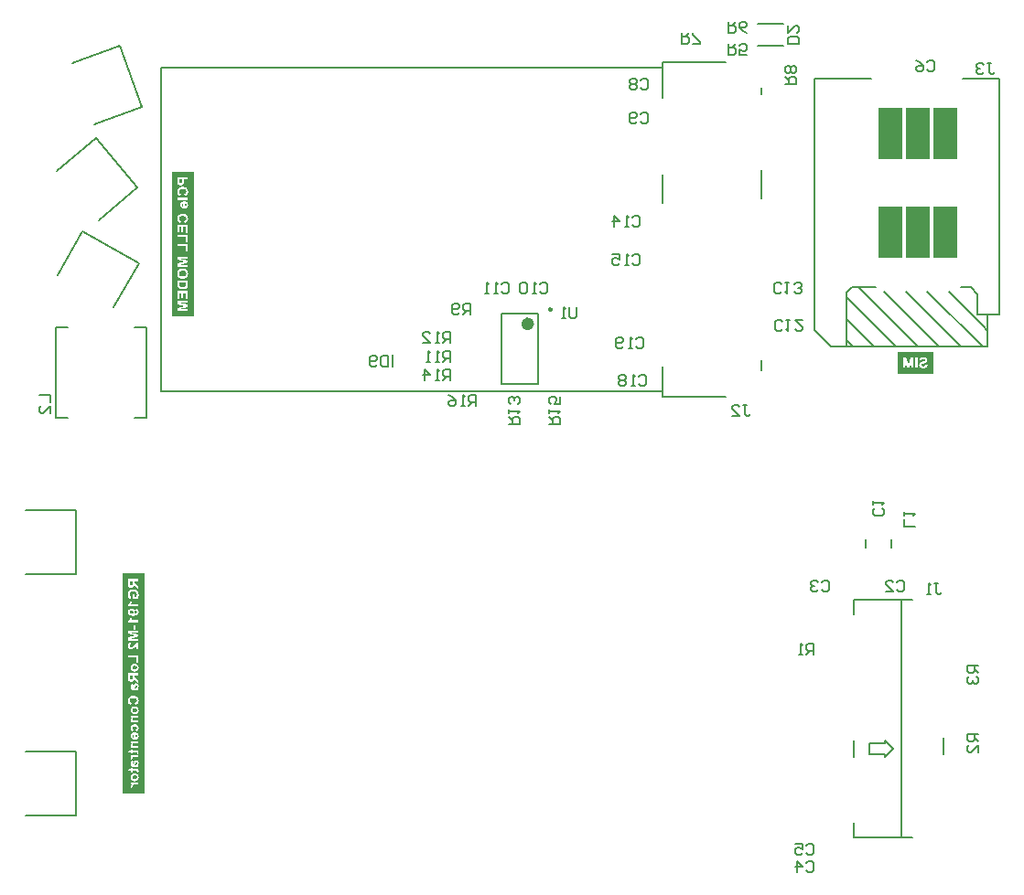
<source format=gbo>
G04 Layer_Color=32896*
%FSLAX25Y25*%
%MOIN*%
G70*
G01*
G75*
%ADD98C,0.00984*%
%ADD99C,0.02362*%
%ADD100C,0.00799*%
%ADD102C,0.00787*%
%ADD103C,0.00800*%
%ADD107R,0.08661X0.18701*%
%ADD108R,0.08661X0.18701*%
G36*
X180072Y387282D02*
X172087D01*
Y440000D01*
X180072D01*
Y387282D01*
D02*
G37*
G36*
X162072Y213471D02*
X154087D01*
Y293500D01*
X162072D01*
Y213471D01*
D02*
G37*
G36*
X449500Y366428D02*
X436537D01*
Y374413D01*
X449500D01*
Y366428D01*
D02*
G37*
%LPC*%
G36*
X178000Y400421D02*
X174159D01*
Y399011D01*
Y399006D01*
Y398989D01*
Y398967D01*
Y398934D01*
Y398889D01*
X174165Y398845D01*
X174170Y398739D01*
X174176Y398623D01*
X174193Y398501D01*
X174209Y398384D01*
X174237Y398279D01*
Y398273D01*
X174243Y398262D01*
X174248Y398245D01*
X174254Y398223D01*
X174282Y398157D01*
X174320Y398079D01*
X174370Y397990D01*
X174431Y397890D01*
X174504Y397796D01*
X174592Y397702D01*
Y397696D01*
X174603Y397690D01*
X174637Y397663D01*
X174692Y397618D01*
X174764Y397568D01*
X174853Y397507D01*
X174959Y397446D01*
X175081Y397385D01*
X175214Y397335D01*
X175220D01*
X175231Y397330D01*
X175253Y397324D01*
X175280Y397313D01*
X175314Y397307D01*
X175358Y397296D01*
X175408Y397285D01*
X175464Y397269D01*
X175525Y397257D01*
X175597Y397246D01*
X175669Y397235D01*
X175752Y397230D01*
X175924Y397213D01*
X176119Y397207D01*
X176196D01*
X176241Y397213D01*
X176285D01*
X176341Y397219D01*
X176402Y397224D01*
X176529Y397235D01*
X176662Y397257D01*
X176801Y397291D01*
X176934Y397330D01*
X176940D01*
X176951Y397335D01*
X176973Y397346D01*
X177006Y397357D01*
X177040Y397368D01*
X177079Y397391D01*
X177179Y397435D01*
X177284Y397491D01*
X177401Y397563D01*
X177512Y397646D01*
X177617Y397740D01*
X177628Y397751D01*
X177650Y397779D01*
X177684Y397824D01*
X177728Y397885D01*
X177778Y397962D01*
X177828Y398051D01*
X177878Y398162D01*
X177922Y398284D01*
Y398290D01*
X177928Y398295D01*
Y398312D01*
X177933Y398329D01*
X177945Y398390D01*
X177961Y398467D01*
X177978Y398562D01*
X177989Y398678D01*
X177995Y398817D01*
X178000Y398967D01*
Y400421D01*
D02*
G37*
G36*
Y420701D02*
X174159D01*
Y417853D01*
X174809D01*
Y419924D01*
X175658D01*
Y417998D01*
X176307D01*
Y419924D01*
X177351D01*
Y417781D01*
X178000D01*
Y420701D01*
D02*
G37*
G36*
X176113Y424713D02*
X176069D01*
X176019Y424708D01*
X175952D01*
X175874Y424697D01*
X175780Y424685D01*
X175680Y424674D01*
X175564Y424652D01*
X175447Y424624D01*
X175325Y424591D01*
X175203Y424552D01*
X175075Y424502D01*
X174953Y424447D01*
X174837Y424380D01*
X174725Y424308D01*
X174620Y424219D01*
X174615Y424214D01*
X174598Y424197D01*
X174570Y424169D01*
X174537Y424131D01*
X174498Y424081D01*
X174453Y424019D01*
X174404Y423953D01*
X174354Y423870D01*
X174304Y423781D01*
X174254Y423687D01*
X174209Y423576D01*
X174170Y423464D01*
X174137Y423337D01*
X174109Y423209D01*
X174093Y423065D01*
X174087Y422921D01*
Y422915D01*
Y422887D01*
Y422854D01*
X174093Y422804D01*
X174098Y422743D01*
X174109Y422677D01*
X174121Y422599D01*
X174137Y422515D01*
X174159Y422427D01*
X174187Y422332D01*
X174221Y422238D01*
X174265Y422138D01*
X174309Y422044D01*
X174365Y421955D01*
X174431Y421861D01*
X174504Y421777D01*
Y421772D01*
X174515Y421766D01*
X174531Y421750D01*
X174548Y421733D01*
X174576Y421711D01*
X174609Y421689D01*
X174687Y421628D01*
X174787Y421566D01*
X174909Y421500D01*
X175047Y421439D01*
X175208Y421383D01*
X175391Y422149D01*
X175386D01*
X175380Y422155D01*
X175364D01*
X175342Y422166D01*
X175292Y422183D01*
X175225Y422210D01*
X175147Y422249D01*
X175070Y422299D01*
X174992Y422366D01*
X174925Y422438D01*
X174920Y422449D01*
X174898Y422477D01*
X174870Y422521D01*
X174837Y422582D01*
X174803Y422660D01*
X174776Y422749D01*
X174753Y422849D01*
X174748Y422960D01*
Y422965D01*
Y422976D01*
Y422998D01*
X174753Y423032D01*
X174759Y423065D01*
X174764Y423109D01*
X174787Y423204D01*
X174825Y423315D01*
X174881Y423431D01*
X174914Y423492D01*
X174953Y423548D01*
X175003Y423603D01*
X175058Y423653D01*
X175064D01*
X175075Y423664D01*
X175092Y423675D01*
X175120Y423692D01*
X175153Y423714D01*
X175192Y423736D01*
X175242Y423759D01*
X175297Y423781D01*
X175364Y423809D01*
X175436Y423831D01*
X175519Y423853D01*
X175608Y423875D01*
X175708Y423892D01*
X175813Y423903D01*
X175930Y423909D01*
X176058Y423914D01*
X176130D01*
X176174Y423909D01*
X176235D01*
X176307Y423898D01*
X176379Y423892D01*
X176463Y423881D01*
X176635Y423847D01*
X176807Y423803D01*
X176890Y423775D01*
X176968Y423736D01*
X177040Y423698D01*
X177101Y423653D01*
X177106Y423648D01*
X177112Y423642D01*
X177129Y423626D01*
X177151Y423603D01*
X177195Y423548D01*
X177251Y423470D01*
X177312Y423376D01*
X177356Y423259D01*
X177395Y423126D01*
X177401Y423054D01*
X177406Y422976D01*
Y422971D01*
Y422965D01*
Y422948D01*
X177401Y422926D01*
X177395Y422865D01*
X177384Y422793D01*
X177356Y422715D01*
X177323Y422626D01*
X177278Y422538D01*
X177212Y422449D01*
X177201Y422438D01*
X177173Y422410D01*
X177129Y422371D01*
X177062Y422327D01*
X176973Y422271D01*
X176868Y422221D01*
X176740Y422171D01*
X176590Y422127D01*
X176823Y421372D01*
X176829D01*
X176851Y421378D01*
X176884Y421389D01*
X176929Y421406D01*
X176979Y421428D01*
X177040Y421450D01*
X177106Y421478D01*
X177179Y421511D01*
X177328Y421589D01*
X177484Y421689D01*
X177634Y421811D01*
X177700Y421877D01*
X177761Y421949D01*
X177767Y421955D01*
X177772Y421966D01*
X177789Y421988D01*
X177811Y422022D01*
X177833Y422060D01*
X177856Y422110D01*
X177883Y422166D01*
X177911Y422227D01*
X177945Y422299D01*
X177972Y422377D01*
X177995Y422460D01*
X178017Y422549D01*
X178039Y422643D01*
X178056Y422749D01*
X178061Y422854D01*
X178067Y422971D01*
Y422982D01*
Y423004D01*
X178061Y423043D01*
X178056Y423098D01*
X178050Y423159D01*
X178039Y423237D01*
X178022Y423320D01*
X178000Y423415D01*
X177972Y423509D01*
X177939Y423609D01*
X177895Y423714D01*
X177845Y423820D01*
X177789Y423925D01*
X177717Y424031D01*
X177639Y424131D01*
X177545Y424225D01*
X177539Y424230D01*
X177523Y424247D01*
X177489Y424269D01*
X177451Y424303D01*
X177395Y424336D01*
X177334Y424380D01*
X177256Y424425D01*
X177167Y424469D01*
X177073Y424513D01*
X176968Y424558D01*
X176846Y424602D01*
X176718Y424636D01*
X176585Y424669D01*
X176435Y424691D01*
X176279Y424708D01*
X176113Y424713D01*
D02*
G37*
G36*
X178000Y417104D02*
X174187D01*
Y416327D01*
X177351D01*
Y414396D01*
X178000D01*
Y417104D01*
D02*
G37*
G36*
Y409079D02*
X174159D01*
Y407919D01*
X176785Y407231D01*
X174159Y406548D01*
Y405383D01*
X178000D01*
Y406099D01*
X174981Y406104D01*
X178000Y406859D01*
Y407608D01*
X174981Y408363D01*
X178000D01*
Y409079D01*
D02*
G37*
G36*
Y413824D02*
X174187D01*
Y413047D01*
X177351D01*
Y411116D01*
X178000D01*
Y413824D01*
D02*
G37*
G36*
Y438000D02*
X174159D01*
Y436757D01*
Y436751D01*
Y436724D01*
Y436690D01*
Y436646D01*
Y436585D01*
X174165Y436524D01*
Y436452D01*
Y436379D01*
X174176Y436224D01*
X174187Y436069D01*
X174193Y436002D01*
X174198Y435935D01*
X174209Y435880D01*
X174221Y435836D01*
Y435830D01*
X174226Y435819D01*
X174232Y435802D01*
X174237Y435780D01*
X174265Y435719D01*
X174298Y435641D01*
X174348Y435558D01*
X174415Y435464D01*
X174498Y435375D01*
X174598Y435286D01*
X174603D01*
X174609Y435275D01*
X174626Y435264D01*
X174648Y435253D01*
X174681Y435231D01*
X174714Y435214D01*
X174753Y435192D01*
X174798Y435170D01*
X174909Y435131D01*
X175031Y435092D01*
X175181Y435070D01*
X175342Y435058D01*
X175403D01*
X175430Y435064D01*
X175469D01*
X175547Y435075D01*
X175641Y435092D01*
X175747Y435114D01*
X175847Y435147D01*
X175941Y435192D01*
X175952Y435197D01*
X175980Y435214D01*
X176024Y435242D01*
X176080Y435281D01*
X176135Y435325D01*
X176202Y435386D01*
X176263Y435447D01*
X176318Y435519D01*
X176324Y435530D01*
X176341Y435553D01*
X176363Y435591D01*
X176391Y435641D01*
X176424Y435702D01*
X176452Y435769D01*
X176479Y435841D01*
X176502Y435919D01*
Y435924D01*
Y435930D01*
X176507Y435947D01*
Y435969D01*
X176513Y435996D01*
X176518Y436035D01*
X176524Y436074D01*
Y436124D01*
X176529Y436174D01*
X176535Y436235D01*
X176540Y436302D01*
X176546Y436374D01*
Y436452D01*
X176551Y436535D01*
Y436624D01*
Y436718D01*
Y437223D01*
X178000D01*
Y438000D01*
D02*
G37*
G36*
X176107Y404755D02*
X176052D01*
X176007Y404750D01*
X175958D01*
X175902Y404744D01*
X175836Y404739D01*
X175763Y404733D01*
X175608Y404711D01*
X175442Y404683D01*
X175275Y404639D01*
X175120Y404583D01*
X175114D01*
X175108Y404578D01*
X175092Y404567D01*
X175070Y404561D01*
X175014Y404528D01*
X174942Y404489D01*
X174859Y404439D01*
X174776Y404378D01*
X174681Y404306D01*
X174592Y404228D01*
X174587Y404223D01*
X174581Y404217D01*
X174553Y404189D01*
X174509Y404139D01*
X174459Y404078D01*
X174404Y404006D01*
X174343Y403923D01*
X174287Y403829D01*
X174243Y403729D01*
Y403723D01*
X174237Y403712D01*
X174226Y403690D01*
X174221Y403662D01*
X174204Y403629D01*
X174193Y403590D01*
X174182Y403540D01*
X174165Y403490D01*
X174137Y403368D01*
X174109Y403229D01*
X174093Y403068D01*
X174087Y402902D01*
Y402891D01*
Y402863D01*
X174093Y402819D01*
Y402763D01*
X174104Y402691D01*
X174115Y402608D01*
X174132Y402513D01*
X174154Y402413D01*
X174182Y402308D01*
X174215Y402197D01*
X174259Y402086D01*
X174309Y401969D01*
X174370Y401858D01*
X174443Y401747D01*
X174526Y401642D01*
X174620Y401542D01*
X174626Y401537D01*
X174642Y401520D01*
X174676Y401492D01*
X174714Y401464D01*
X174770Y401426D01*
X174837Y401381D01*
X174914Y401337D01*
X175003Y401287D01*
X175097Y401237D01*
X175208Y401192D01*
X175330Y401148D01*
X175458Y401109D01*
X175602Y401076D01*
X175752Y401054D01*
X175913Y401037D01*
X176085Y401031D01*
X176124D01*
X176174Y401037D01*
X176241D01*
X176318Y401048D01*
X176407Y401059D01*
X176513Y401076D01*
X176618Y401092D01*
X176735Y401120D01*
X176857Y401154D01*
X176979Y401198D01*
X177101Y401248D01*
X177217Y401303D01*
X177334Y401376D01*
X177445Y401453D01*
X177550Y401542D01*
X177556Y401548D01*
X177573Y401564D01*
X177600Y401592D01*
X177634Y401636D01*
X177673Y401686D01*
X177717Y401747D01*
X177761Y401820D01*
X177811Y401897D01*
X177861Y401992D01*
X177906Y402092D01*
X177950Y402203D01*
X177989Y402325D01*
X178022Y402452D01*
X178050Y402591D01*
X178067Y402735D01*
X178072Y402891D01*
Y402902D01*
Y402930D01*
X178067Y402974D01*
X178061Y403029D01*
X178056Y403102D01*
X178044Y403185D01*
X178028Y403279D01*
X178006Y403379D01*
X177978Y403490D01*
X177945Y403596D01*
X177900Y403712D01*
X177850Y403823D01*
X177795Y403940D01*
X177723Y404045D01*
X177645Y404151D01*
X177550Y404250D01*
X177545Y404256D01*
X177528Y404273D01*
X177495Y404295D01*
X177456Y404328D01*
X177401Y404367D01*
X177334Y404411D01*
X177262Y404456D01*
X177173Y404500D01*
X177079Y404550D01*
X176968Y404595D01*
X176851Y404639D01*
X176724Y404678D01*
X176585Y404711D01*
X176435Y404733D01*
X176274Y404750D01*
X176107Y404755D01*
D02*
G37*
G36*
X176113Y434559D02*
X176069D01*
X176019Y434553D01*
X175952D01*
X175874Y434542D01*
X175780Y434531D01*
X175680Y434520D01*
X175564Y434498D01*
X175447Y434470D01*
X175325Y434437D01*
X175203Y434398D01*
X175075Y434348D01*
X174953Y434293D01*
X174837Y434226D01*
X174725Y434154D01*
X174620Y434065D01*
X174615Y434059D01*
X174598Y434043D01*
X174570Y434015D01*
X174537Y433976D01*
X174498Y433926D01*
X174453Y433865D01*
X174404Y433799D01*
X174354Y433715D01*
X174304Y433627D01*
X174254Y433532D01*
X174209Y433421D01*
X174170Y433310D01*
X174137Y433183D01*
X174109Y433055D01*
X174093Y432911D01*
X174087Y432766D01*
Y432761D01*
Y432733D01*
Y432700D01*
X174093Y432650D01*
X174098Y432589D01*
X174109Y432522D01*
X174121Y432444D01*
X174137Y432361D01*
X174159Y432272D01*
X174187Y432178D01*
X174221Y432084D01*
X174265Y431984D01*
X174309Y431889D01*
X174365Y431801D01*
X174431Y431706D01*
X174504Y431623D01*
Y431617D01*
X174515Y431612D01*
X174531Y431595D01*
X174548Y431579D01*
X174576Y431557D01*
X174609Y431534D01*
X174687Y431473D01*
X174787Y431412D01*
X174909Y431346D01*
X175047Y431285D01*
X175208Y431229D01*
X175391Y431995D01*
X175386D01*
X175380Y432000D01*
X175364D01*
X175342Y432012D01*
X175292Y432028D01*
X175225Y432056D01*
X175147Y432095D01*
X175070Y432145D01*
X174992Y432211D01*
X174925Y432283D01*
X174920Y432295D01*
X174898Y432322D01*
X174870Y432367D01*
X174837Y432428D01*
X174803Y432506D01*
X174776Y432594D01*
X174753Y432694D01*
X174748Y432805D01*
Y432811D01*
Y432822D01*
Y432844D01*
X174753Y432877D01*
X174759Y432911D01*
X174764Y432955D01*
X174787Y433049D01*
X174825Y433160D01*
X174881Y433277D01*
X174914Y433338D01*
X174953Y433393D01*
X175003Y433449D01*
X175058Y433499D01*
X175064D01*
X175075Y433510D01*
X175092Y433521D01*
X175120Y433538D01*
X175153Y433560D01*
X175192Y433582D01*
X175242Y433604D01*
X175297Y433627D01*
X175364Y433654D01*
X175436Y433677D01*
X175519Y433699D01*
X175608Y433721D01*
X175708Y433738D01*
X175813Y433749D01*
X175930Y433754D01*
X176058Y433760D01*
X176130D01*
X176174Y433754D01*
X176235D01*
X176307Y433743D01*
X176379Y433738D01*
X176463Y433727D01*
X176635Y433693D01*
X176807Y433649D01*
X176890Y433621D01*
X176968Y433582D01*
X177040Y433543D01*
X177101Y433499D01*
X177106Y433493D01*
X177112Y433488D01*
X177129Y433471D01*
X177151Y433449D01*
X177195Y433393D01*
X177251Y433316D01*
X177312Y433221D01*
X177356Y433105D01*
X177395Y432972D01*
X177401Y432900D01*
X177406Y432822D01*
Y432816D01*
Y432811D01*
Y432794D01*
X177401Y432772D01*
X177395Y432711D01*
X177384Y432639D01*
X177356Y432561D01*
X177323Y432472D01*
X177278Y432383D01*
X177212Y432295D01*
X177201Y432283D01*
X177173Y432256D01*
X177129Y432217D01*
X177062Y432172D01*
X176973Y432117D01*
X176868Y432067D01*
X176740Y432017D01*
X176590Y431973D01*
X176823Y431218D01*
X176829D01*
X176851Y431223D01*
X176884Y431235D01*
X176929Y431251D01*
X176979Y431273D01*
X177040Y431296D01*
X177106Y431323D01*
X177179Y431357D01*
X177328Y431434D01*
X177484Y431534D01*
X177634Y431656D01*
X177700Y431723D01*
X177761Y431795D01*
X177767Y431801D01*
X177772Y431812D01*
X177789Y431834D01*
X177811Y431867D01*
X177833Y431906D01*
X177856Y431956D01*
X177883Y432012D01*
X177911Y432073D01*
X177945Y432145D01*
X177972Y432223D01*
X177995Y432306D01*
X178017Y432395D01*
X178039Y432489D01*
X178056Y432594D01*
X178061Y432700D01*
X178067Y432816D01*
Y432827D01*
Y432850D01*
X178061Y432889D01*
X178056Y432944D01*
X178050Y433005D01*
X178039Y433083D01*
X178022Y433166D01*
X178000Y433260D01*
X177972Y433355D01*
X177939Y433455D01*
X177895Y433560D01*
X177845Y433665D01*
X177789Y433771D01*
X177717Y433876D01*
X177639Y433976D01*
X177545Y434071D01*
X177539Y434076D01*
X177523Y434093D01*
X177489Y434115D01*
X177451Y434148D01*
X177395Y434182D01*
X177334Y434226D01*
X177256Y434270D01*
X177167Y434315D01*
X177073Y434359D01*
X176968Y434404D01*
X176846Y434448D01*
X176718Y434481D01*
X176585Y434515D01*
X176435Y434537D01*
X176279Y434553D01*
X176113Y434559D01*
D02*
G37*
G36*
X176629Y429275D02*
X176563D01*
X176513Y429270D01*
X176457Y429264D01*
X176391Y429259D01*
X176318Y429248D01*
X176235Y429231D01*
X176063Y429187D01*
X175974Y429159D01*
X175880Y429126D01*
X175791Y429081D01*
X175708Y429031D01*
X175625Y428976D01*
X175547Y428915D01*
X175541Y428909D01*
X175530Y428898D01*
X175508Y428876D01*
X175486Y428848D01*
X175458Y428815D01*
X175425Y428770D01*
X175386Y428720D01*
X175347Y428665D01*
X175314Y428604D01*
X175275Y428532D01*
X175242Y428460D01*
X175214Y428376D01*
X175192Y428293D01*
X175170Y428199D01*
X175158Y428104D01*
X175153Y428004D01*
Y427999D01*
Y427977D01*
Y427943D01*
X175158Y427899D01*
X175164Y427849D01*
X175175Y427788D01*
X175186Y427721D01*
X175203Y427649D01*
X175225Y427572D01*
X175253Y427494D01*
X175286Y427411D01*
X175330Y427327D01*
X175375Y427250D01*
X175430Y427172D01*
X175497Y427094D01*
X175569Y427028D01*
X175575Y427022D01*
X175586Y427011D01*
X175613Y426994D01*
X175647Y426972D01*
X175691Y426944D01*
X175741Y426917D01*
X175808Y426883D01*
X175880Y426850D01*
X175963Y426817D01*
X176058Y426783D01*
X176157Y426756D01*
X176274Y426728D01*
X176396Y426706D01*
X176529Y426689D01*
X176668Y426678D01*
X176823D01*
Y428521D01*
X176857D01*
X176879Y428515D01*
X176934Y428510D01*
X177012Y428498D01*
X177090Y428476D01*
X177179Y428443D01*
X177262Y428404D01*
X177334Y428348D01*
X177340Y428343D01*
X177362Y428315D01*
X177390Y428282D01*
X177423Y428232D01*
X177456Y428171D01*
X177484Y428093D01*
X177506Y428010D01*
X177512Y427921D01*
Y427916D01*
Y427893D01*
X177506Y427860D01*
X177500Y427821D01*
X177489Y427777D01*
X177473Y427727D01*
X177451Y427677D01*
X177417Y427633D01*
X177412Y427627D01*
X177401Y427610D01*
X177378Y427588D01*
X177345Y427566D01*
X177301Y427533D01*
X177251Y427505D01*
X177184Y427477D01*
X177112Y427449D01*
X177234Y426717D01*
X177240D01*
X177251Y426722D01*
X177273Y426733D01*
X177301Y426745D01*
X177334Y426761D01*
X177373Y426778D01*
X177462Y426828D01*
X177562Y426889D01*
X177667Y426967D01*
X177761Y427061D01*
X177850Y427166D01*
Y427172D01*
X177861Y427177D01*
X177867Y427200D01*
X177883Y427222D01*
X177900Y427250D01*
X177917Y427288D01*
X177933Y427327D01*
X177956Y427377D01*
X177995Y427488D01*
X178028Y427616D01*
X178050Y427766D01*
X178061Y427927D01*
Y427932D01*
Y427960D01*
X178056Y427993D01*
Y428043D01*
X178044Y428104D01*
X178033Y428176D01*
X178022Y428254D01*
X178000Y428332D01*
X177978Y428421D01*
X177945Y428510D01*
X177906Y428598D01*
X177861Y428687D01*
X177806Y428776D01*
X177745Y428859D01*
X177673Y428931D01*
X177589Y429003D01*
X177584Y429009D01*
X177573Y429014D01*
X177550Y429026D01*
X177523Y429048D01*
X177484Y429065D01*
X177439Y429087D01*
X177390Y429114D01*
X177328Y429137D01*
X177262Y429164D01*
X177190Y429187D01*
X177112Y429214D01*
X177023Y429231D01*
X176934Y429248D01*
X176840Y429264D01*
X176735Y429270D01*
X176629Y429275D01*
D02*
G37*
G36*
X178000Y430574D02*
X174159D01*
Y429797D01*
X178000D01*
Y430574D01*
D02*
G37*
G36*
Y396547D02*
X174159D01*
Y393700D01*
X174809D01*
Y395770D01*
X175658D01*
Y393844D01*
X176307D01*
Y395770D01*
X177351D01*
Y393628D01*
X178000D01*
Y396547D01*
D02*
G37*
G36*
Y392978D02*
X174159D01*
Y391818D01*
X176785Y391130D01*
X174159Y390448D01*
Y389282D01*
X178000D01*
Y389998D01*
X174981Y390004D01*
X178000Y390758D01*
Y391508D01*
X174981Y392262D01*
X178000D01*
Y392978D01*
D02*
G37*
%LPD*%
G36*
X177351Y399072D02*
Y399067D01*
Y399056D01*
Y399039D01*
Y399017D01*
Y398961D01*
X177345Y398889D01*
Y398812D01*
X177334Y398734D01*
X177328Y398662D01*
X177317Y398601D01*
Y398589D01*
X177306Y398567D01*
X177295Y398534D01*
X177278Y398490D01*
X177256Y398440D01*
X177228Y398390D01*
X177195Y398340D01*
X177156Y398290D01*
X177151Y398284D01*
X177134Y398268D01*
X177106Y398245D01*
X177068Y398218D01*
X177018Y398190D01*
X176957Y398151D01*
X176879Y398123D01*
X176790Y398090D01*
X176785D01*
X176779Y398084D01*
X176762D01*
X176740Y398079D01*
X176718Y398068D01*
X176685Y398062D01*
X176601Y398046D01*
X176502Y398035D01*
X176385Y398018D01*
X176241Y398012D01*
X176085Y398007D01*
X175974D01*
X175930Y398012D01*
X175836Y398018D01*
X175724Y398029D01*
X175608Y398040D01*
X175503Y398062D01*
X175403Y398090D01*
X175397D01*
X175391Y398095D01*
X175364Y398107D01*
X175319Y398123D01*
X175264Y398145D01*
X175208Y398179D01*
X175147Y398218D01*
X175086Y398262D01*
X175031Y398312D01*
X175025Y398318D01*
X175008Y398334D01*
X174986Y398368D01*
X174959Y398406D01*
X174925Y398462D01*
X174898Y398523D01*
X174870Y398589D01*
X174848Y398667D01*
Y398673D01*
X174842Y398700D01*
X174837Y398745D01*
X174825Y398806D01*
Y398845D01*
X174820Y398895D01*
Y398945D01*
X174814Y399000D01*
Y399067D01*
X174809Y399139D01*
Y399217D01*
Y399300D01*
Y399644D01*
X177351D01*
Y399072D01*
D02*
G37*
G36*
X175902Y436801D02*
Y436796D01*
Y436779D01*
Y436757D01*
Y436729D01*
Y436690D01*
X175897Y436651D01*
Y436552D01*
X175891Y436452D01*
X175880Y436352D01*
X175863Y436263D01*
X175858Y436224D01*
X175847Y436191D01*
X175841Y436185D01*
X175836Y436163D01*
X175819Y436135D01*
X175802Y436102D01*
X175775Y436063D01*
X175741Y436024D01*
X175702Y435980D01*
X175658Y435947D01*
X175652Y435941D01*
X175636Y435930D01*
X175608Y435919D01*
X175569Y435902D01*
X175525Y435885D01*
X175475Y435869D01*
X175419Y435863D01*
X175358Y435858D01*
X175325D01*
X175286Y435863D01*
X175236Y435874D01*
X175181Y435891D01*
X175120Y435913D01*
X175064Y435941D01*
X175008Y435985D01*
X175003Y435991D01*
X174986Y436007D01*
X174964Y436035D01*
X174936Y436069D01*
X174903Y436113D01*
X174875Y436168D01*
X174853Y436230D01*
X174837Y436296D01*
Y436302D01*
X174831Y436324D01*
X174825Y436363D01*
X174820Y436418D01*
Y436490D01*
X174814Y436540D01*
Y436590D01*
X174809Y436646D01*
Y436707D01*
Y436773D01*
Y436851D01*
Y437223D01*
X175902D01*
Y436801D01*
D02*
G37*
G36*
X176185Y403951D02*
X176241Y403945D01*
X176307Y403940D01*
X176374Y403929D01*
X176452Y403918D01*
X176612Y403884D01*
X176774Y403829D01*
X176857Y403795D01*
X176934Y403757D01*
X177006Y403707D01*
X177073Y403657D01*
X177079Y403651D01*
X177090Y403640D01*
X177106Y403623D01*
X177123Y403601D01*
X177151Y403573D01*
X177179Y403535D01*
X177212Y403496D01*
X177240Y403446D01*
X177306Y403340D01*
X177356Y403207D01*
X177378Y403135D01*
X177395Y403057D01*
X177406Y402974D01*
X177412Y402891D01*
Y402885D01*
Y402869D01*
Y402846D01*
X177406Y402813D01*
X177401Y402774D01*
X177395Y402730D01*
X177367Y402624D01*
X177328Y402502D01*
X177301Y402441D01*
X177273Y402375D01*
X177234Y402314D01*
X177190Y402247D01*
X177140Y402186D01*
X177079Y402130D01*
X177073Y402125D01*
X177062Y402119D01*
X177045Y402103D01*
X177018Y402086D01*
X176979Y402058D01*
X176934Y402036D01*
X176884Y402008D01*
X176823Y401980D01*
X176757Y401953D01*
X176685Y401925D01*
X176601Y401897D01*
X176507Y401875D01*
X176413Y401858D01*
X176307Y401842D01*
X176191Y401836D01*
X176069Y401831D01*
X176007D01*
X175958Y401836D01*
X175902Y401842D01*
X175841Y401847D01*
X175769Y401853D01*
X175697Y401869D01*
X175536Y401903D01*
X175369Y401953D01*
X175286Y401986D01*
X175214Y402025D01*
X175142Y402075D01*
X175075Y402125D01*
X175070Y402130D01*
X175058Y402136D01*
X175047Y402153D01*
X175025Y402175D01*
X174997Y402208D01*
X174970Y402241D01*
X174942Y402280D01*
X174909Y402330D01*
X174881Y402380D01*
X174853Y402441D01*
X174798Y402569D01*
X174776Y402641D01*
X174764Y402719D01*
X174753Y402802D01*
X174748Y402891D01*
Y402896D01*
Y402913D01*
Y402935D01*
X174753Y402968D01*
X174759Y403013D01*
X174764Y403057D01*
X174787Y403168D01*
X174831Y403290D01*
X174853Y403357D01*
X174886Y403424D01*
X174925Y403484D01*
X174970Y403551D01*
X175020Y403612D01*
X175081Y403668D01*
X175086Y403673D01*
X175097Y403679D01*
X175114Y403695D01*
X175142Y403712D01*
X175181Y403734D01*
X175220Y403757D01*
X175269Y403784D01*
X175330Y403812D01*
X175397Y403840D01*
X175469Y403867D01*
X175552Y403890D01*
X175641Y403912D01*
X175741Y403929D01*
X175847Y403945D01*
X175958Y403951D01*
X176080Y403956D01*
X176141D01*
X176185Y403951D01*
D02*
G37*
G36*
X176374Y427411D02*
X176346D01*
X176324Y427416D01*
X176263Y427422D01*
X176196Y427433D01*
X176119Y427455D01*
X176035Y427483D01*
X175958Y427527D01*
X175891Y427577D01*
X175885Y427583D01*
X175863Y427605D01*
X175836Y427638D01*
X175802Y427682D01*
X175775Y427738D01*
X175747Y427805D01*
X175724Y427877D01*
X175719Y427960D01*
Y427971D01*
Y427999D01*
X175730Y428043D01*
X175741Y428099D01*
X175763Y428160D01*
X175791Y428227D01*
X175836Y428293D01*
X175897Y428354D01*
X175902Y428360D01*
X175930Y428376D01*
X175969Y428404D01*
X176024Y428432D01*
X176091Y428465D01*
X176174Y428487D01*
X176268Y428504D01*
X176374Y428510D01*
Y427411D01*
D02*
G37*
%LPC*%
G36*
X157802Y222608D02*
X157214D01*
Y222269D01*
X156659D01*
X156226Y221531D01*
X157214D01*
Y221026D01*
X157802D01*
Y221531D01*
X159106D01*
X159173Y221526D01*
X159290D01*
X159312Y221520D01*
X159323D01*
X159334Y221515D01*
X159356Y221503D01*
X159384Y221487D01*
X159417Y221453D01*
X159423Y221442D01*
X159434Y221420D01*
X159445Y221381D01*
X159450Y221331D01*
Y221326D01*
Y221309D01*
X159445Y221287D01*
X159440Y221254D01*
X159434Y221209D01*
X159423Y221159D01*
X159406Y221098D01*
X159384Y221032D01*
X159956Y220965D01*
Y220971D01*
X159961Y220976D01*
X159972Y221009D01*
X159989Y221065D01*
X160005Y221137D01*
X160028Y221220D01*
X160044Y221320D01*
X160055Y221431D01*
X160061Y221548D01*
Y221559D01*
Y221581D01*
X160055Y221620D01*
X160050Y221670D01*
X160044Y221725D01*
X160033Y221786D01*
X160017Y221848D01*
X159994Y221909D01*
X159989Y221914D01*
X159983Y221936D01*
X159967Y221964D01*
X159950Y221997D01*
X159895Y222075D01*
X159861Y222114D01*
X159822Y222147D01*
X159817Y222153D01*
X159800Y222158D01*
X159778Y222169D01*
X159745Y222186D01*
X159706Y222203D01*
X159656Y222219D01*
X159600Y222236D01*
X159539Y222247D01*
X159534D01*
X159512Y222253D01*
X159478D01*
X159423Y222258D01*
X159351Y222264D01*
X159262D01*
X159212Y222269D01*
X157802D01*
Y222608D01*
D02*
G37*
G36*
X160000Y217269D02*
X157214D01*
Y216586D01*
X157608D01*
X157602Y216581D01*
X157569Y216558D01*
X157519Y216525D01*
X157458Y216481D01*
X157397Y216436D01*
X157336Y216381D01*
X157281Y216331D01*
X157242Y216275D01*
X157236Y216270D01*
X157225Y216253D01*
X157214Y216220D01*
X157197Y216181D01*
X157181Y216137D01*
X157164Y216081D01*
X157158Y216026D01*
X157153Y215959D01*
Y215953D01*
Y215948D01*
Y215915D01*
X157158Y215865D01*
X157169Y215804D01*
X157186Y215726D01*
X157214Y215643D01*
X157247Y215559D01*
X157297Y215471D01*
X157935Y215704D01*
X157930Y215709D01*
X157919Y215737D01*
X157897Y215770D01*
X157874Y215815D01*
X157852Y215870D01*
X157830Y215926D01*
X157819Y215987D01*
X157813Y216048D01*
Y216053D01*
Y216070D01*
X157819Y216103D01*
X157824Y216137D01*
X157835Y216175D01*
X157852Y216220D01*
X157874Y216264D01*
X157902Y216309D01*
X157908Y216314D01*
X157919Y216325D01*
X157941Y216347D01*
X157974Y216370D01*
X158013Y216397D01*
X158069Y216425D01*
X158135Y216453D01*
X158213Y216475D01*
X158224D01*
X158241Y216481D01*
X158257Y216486D01*
X158285D01*
X158318Y216492D01*
X158363Y216497D01*
X158413Y216503D01*
X158468Y216508D01*
X158540Y216514D01*
X158613Y216519D01*
X158701D01*
X158796Y216525D01*
X158901Y216531D01*
X160000D01*
Y217269D01*
D02*
G37*
G36*
X158568Y220688D02*
X158529D01*
X158507Y220682D01*
X158474D01*
X158435Y220676D01*
X158341Y220665D01*
X158235Y220643D01*
X158119Y220610D01*
X157991Y220571D01*
X157863Y220510D01*
X157858D01*
X157847Y220499D01*
X157830Y220493D01*
X157808Y220477D01*
X157747Y220432D01*
X157669Y220377D01*
X157586Y220305D01*
X157497Y220216D01*
X157414Y220116D01*
X157336Y219999D01*
Y219994D01*
X157330Y219983D01*
X157319Y219966D01*
X157308Y219938D01*
X157292Y219911D01*
X157281Y219872D01*
X157264Y219827D01*
X157242Y219783D01*
X157208Y219672D01*
X157181Y219544D01*
X157158Y219406D01*
X157153Y219256D01*
Y219250D01*
Y219228D01*
Y219195D01*
X157158Y219150D01*
X157164Y219095D01*
X157175Y219034D01*
X157186Y218962D01*
X157203Y218889D01*
X157225Y218806D01*
X157253Y218723D01*
X157286Y218640D01*
X157325Y218551D01*
X157375Y218462D01*
X157430Y218379D01*
X157491Y218296D01*
X157564Y218218D01*
X157569Y218212D01*
X157580Y218201D01*
X157608Y218179D01*
X157636Y218157D01*
X157680Y218124D01*
X157724Y218090D01*
X157785Y218051D01*
X157847Y218012D01*
X157919Y217979D01*
X157996Y217940D01*
X158085Y217907D01*
X158174Y217874D01*
X158274Y217851D01*
X158374Y217829D01*
X158485Y217818D01*
X158601Y217813D01*
X158662D01*
X158707Y217818D01*
X158762Y217824D01*
X158823Y217835D01*
X158896Y217846D01*
X158968Y217863D01*
X159051Y217885D01*
X159134Y217913D01*
X159223Y217946D01*
X159312Y217985D01*
X159401Y218035D01*
X159484Y218090D01*
X159567Y218151D01*
X159650Y218223D01*
X159656Y218229D01*
X159667Y218240D01*
X159689Y218262D01*
X159717Y218296D01*
X159745Y218334D01*
X159778Y218384D01*
X159817Y218440D01*
X159856Y218501D01*
X159895Y218573D01*
X159933Y218651D01*
X159967Y218734D01*
X159994Y218828D01*
X160022Y218923D01*
X160044Y219028D01*
X160055Y219134D01*
X160061Y219250D01*
Y219256D01*
Y219267D01*
Y219289D01*
X160055Y219317D01*
Y219350D01*
X160050Y219389D01*
X160039Y219483D01*
X160017Y219600D01*
X159989Y219722D01*
X159944Y219849D01*
X159889Y219983D01*
Y219988D01*
X159883Y219999D01*
X159872Y220016D01*
X159856Y220038D01*
X159817Y220099D01*
X159761Y220177D01*
X159689Y220260D01*
X159600Y220349D01*
X159501Y220432D01*
X159384Y220510D01*
X159378D01*
X159367Y220515D01*
X159351Y220527D01*
X159323Y220538D01*
X159290Y220549D01*
X159251Y220566D01*
X159206Y220582D01*
X159156Y220599D01*
X159101Y220615D01*
X159040Y220632D01*
X158901Y220660D01*
X158740Y220682D01*
X158568Y220688D01*
D02*
G37*
G36*
X159245Y225488D02*
X159206D01*
X159162Y225483D01*
X159106Y225472D01*
X159040Y225461D01*
X158973Y225444D01*
X158901Y225416D01*
X158829Y225377D01*
X158818Y225372D01*
X158796Y225355D01*
X158762Y225333D01*
X158723Y225294D01*
X158679Y225255D01*
X158629Y225200D01*
X158585Y225139D01*
X158546Y225066D01*
X158540Y225055D01*
X158529Y225028D01*
X158513Y224983D01*
X158485Y224917D01*
X158457Y224833D01*
X158429Y224733D01*
X158402Y224611D01*
X158374Y224478D01*
Y224473D01*
X158368Y224456D01*
X158363Y224428D01*
X158357Y224395D01*
X158352Y224351D01*
X158341Y224301D01*
X158313Y224190D01*
X158285Y224073D01*
X158257Y223951D01*
X158224Y223846D01*
X158207Y223796D01*
X158191Y223757D01*
X158085D01*
X158046Y223762D01*
X157996Y223768D01*
X157947Y223784D01*
X157897Y223801D01*
X157852Y223829D01*
X157813Y223868D01*
X157808Y223873D01*
X157797Y223890D01*
X157785Y223918D01*
X157763Y223956D01*
X157747Y224012D01*
X157736Y224079D01*
X157724Y224162D01*
X157719Y224262D01*
Y224273D01*
Y224295D01*
X157724Y224328D01*
X157730Y224373D01*
X157741Y224423D01*
X157752Y224478D01*
X157774Y224528D01*
X157802Y224573D01*
X157808Y224578D01*
X157819Y224589D01*
X157835Y224611D01*
X157863Y224634D01*
X157902Y224667D01*
X157952Y224695D01*
X158008Y224722D01*
X158074Y224750D01*
X157952Y225411D01*
X157947D01*
X157935Y225405D01*
X157913Y225399D01*
X157885Y225388D01*
X157852Y225377D01*
X157813Y225361D01*
X157724Y225322D01*
X157630Y225266D01*
X157530Y225200D01*
X157436Y225122D01*
X157353Y225028D01*
Y225022D01*
X157342Y225017D01*
X157336Y225000D01*
X157319Y224978D01*
X157308Y224944D01*
X157292Y224911D01*
X157269Y224867D01*
X157253Y224822D01*
X157236Y224767D01*
X157214Y224706D01*
X157197Y224639D01*
X157186Y224562D01*
X157169Y224484D01*
X157164Y224395D01*
X157153Y224306D01*
Y224206D01*
Y224201D01*
Y224184D01*
Y224156D01*
Y224123D01*
X157158Y224084D01*
Y224040D01*
X157169Y223929D01*
X157181Y223812D01*
X157203Y223690D01*
X157236Y223573D01*
X157253Y223524D01*
X157275Y223474D01*
Y223468D01*
X157281Y223463D01*
X157297Y223435D01*
X157319Y223390D01*
X157353Y223341D01*
X157397Y223279D01*
X157447Y223224D01*
X157508Y223174D01*
X157569Y223130D01*
X157580Y223124D01*
X157602Y223113D01*
X157652Y223096D01*
X157680Y223091D01*
X157719Y223080D01*
X157758Y223068D01*
X157808Y223063D01*
X157863Y223052D01*
X157924Y223046D01*
X157991Y223041D01*
X158063Y223035D01*
X158141Y223030D01*
X158229D01*
X159090Y223041D01*
X159218D01*
X159295Y223035D01*
X159384D01*
X159473Y223024D01*
X159562Y223019D01*
X159634Y223007D01*
X159639D01*
X159661Y223002D01*
X159700Y222991D01*
X159745Y222980D01*
X159800Y222957D01*
X159861Y222935D01*
X159928Y222907D01*
X160000Y222874D01*
Y223601D01*
X159994D01*
X159989Y223607D01*
X159967Y223612D01*
X159944Y223623D01*
X159917Y223635D01*
X159878Y223646D01*
X159834Y223657D01*
X159783Y223674D01*
X159778D01*
X159773Y223679D01*
X159750Y223685D01*
X159722Y223696D01*
X159700Y223701D01*
X159706Y223712D01*
X159728Y223734D01*
X159761Y223773D01*
X159800Y223823D01*
X159845Y223884D01*
X159895Y223951D01*
X159933Y224029D01*
X159972Y224106D01*
X159978Y224117D01*
X159983Y224145D01*
X160000Y224190D01*
X160017Y224245D01*
X160033Y224312D01*
X160044Y224389D01*
X160055Y224478D01*
X160061Y224567D01*
Y224573D01*
Y224584D01*
Y224606D01*
X160055Y224639D01*
Y224672D01*
X160050Y224717D01*
X160033Y224811D01*
X160005Y224922D01*
X159967Y225033D01*
X159911Y225144D01*
X159834Y225244D01*
X159828D01*
X159822Y225255D01*
X159789Y225283D01*
X159739Y225322D01*
X159673Y225366D01*
X159589Y225411D01*
X159489Y225449D01*
X159373Y225477D01*
X159312Y225483D01*
X159245Y225488D01*
D02*
G37*
G36*
X160000Y232453D02*
X157214D01*
Y231771D01*
X157625D01*
X157619Y231765D01*
X157602Y231754D01*
X157580Y231732D01*
X157552Y231704D01*
X157514Y231671D01*
X157475Y231627D01*
X157430Y231577D01*
X157386Y231521D01*
X157347Y231460D01*
X157303Y231388D01*
X157264Y231316D01*
X157225Y231233D01*
X157197Y231144D01*
X157175Y231055D01*
X157158Y230955D01*
X157153Y230855D01*
Y230850D01*
Y230844D01*
Y230816D01*
X157158Y230766D01*
X157164Y230705D01*
X157175Y230639D01*
X157192Y230567D01*
X157214Y230489D01*
X157242Y230411D01*
X157247Y230400D01*
X157258Y230378D01*
X157275Y230339D01*
X157303Y230295D01*
X157336Y230245D01*
X157375Y230195D01*
X157419Y230145D01*
X157469Y230100D01*
X157475Y230095D01*
X157491Y230084D01*
X157519Y230067D01*
X157558Y230045D01*
X157602Y230017D01*
X157658Y229995D01*
X157713Y229973D01*
X157780Y229956D01*
X157785D01*
X157813Y229950D01*
X157852Y229939D01*
X157908Y229934D01*
X157974Y229923D01*
X158063Y229917D01*
X158157Y229912D01*
X160000D01*
Y230650D01*
X158435D01*
X158341Y230655D01*
X158246Y230661D01*
X158146Y230672D01*
X158063Y230683D01*
X158030Y230689D01*
X158002Y230700D01*
X157996D01*
X157980Y230711D01*
X157958Y230722D01*
X157924Y230739D01*
X157858Y230788D01*
X157824Y230816D01*
X157797Y230855D01*
X157791Y230861D01*
X157785Y230872D01*
X157774Y230894D01*
X157758Y230927D01*
X157741Y230966D01*
X157730Y231005D01*
X157724Y231055D01*
X157719Y231110D01*
Y231116D01*
Y231144D01*
X157724Y231177D01*
X157730Y231222D01*
X157747Y231277D01*
X157763Y231332D01*
X157791Y231394D01*
X157824Y231455D01*
X157830Y231460D01*
X157841Y231477D01*
X157869Y231505D01*
X157897Y231538D01*
X157941Y231571D01*
X157985Y231604D01*
X158046Y231638D01*
X158107Y231660D01*
X158113D01*
X158141Y231671D01*
X158185Y231677D01*
X158252Y231688D01*
X158291Y231693D01*
X158341Y231699D01*
X158390Y231704D01*
X158451D01*
X158513Y231710D01*
X158585Y231715D01*
X160000D01*
Y232453D01*
D02*
G37*
G36*
X158629Y235645D02*
X158563D01*
X158513Y235639D01*
X158457Y235634D01*
X158390Y235628D01*
X158318Y235617D01*
X158235Y235600D01*
X158063Y235556D01*
X157974Y235528D01*
X157880Y235495D01*
X157791Y235451D01*
X157708Y235401D01*
X157625Y235345D01*
X157547Y235284D01*
X157541Y235279D01*
X157530Y235267D01*
X157508Y235245D01*
X157486Y235217D01*
X157458Y235184D01*
X157425Y235140D01*
X157386Y235090D01*
X157347Y235034D01*
X157314Y234973D01*
X157275Y234901D01*
X157242Y234829D01*
X157214Y234746D01*
X157192Y234662D01*
X157169Y234568D01*
X157158Y234474D01*
X157153Y234374D01*
Y234368D01*
Y234346D01*
Y234313D01*
X157158Y234268D01*
X157164Y234218D01*
X157175Y234157D01*
X157186Y234091D01*
X157203Y234019D01*
X157225Y233941D01*
X157253Y233863D01*
X157286Y233780D01*
X157330Y233697D01*
X157375Y233619D01*
X157430Y233541D01*
X157497Y233464D01*
X157569Y233397D01*
X157575Y233391D01*
X157586Y233380D01*
X157614Y233364D01*
X157647Y233342D01*
X157691Y233314D01*
X157741Y233286D01*
X157808Y233253D01*
X157880Y233220D01*
X157963Y233186D01*
X158057Y233153D01*
X158157Y233125D01*
X158274Y233097D01*
X158396Y233075D01*
X158529Y233059D01*
X158668Y233047D01*
X158823D01*
Y234890D01*
X158857D01*
X158879Y234885D01*
X158934Y234879D01*
X159012Y234868D01*
X159090Y234846D01*
X159179Y234812D01*
X159262Y234773D01*
X159334Y234718D01*
X159340Y234712D01*
X159362Y234685D01*
X159389Y234651D01*
X159423Y234601D01*
X159456Y234540D01*
X159484Y234463D01*
X159506Y234379D01*
X159512Y234291D01*
Y234285D01*
Y234263D01*
X159506Y234230D01*
X159501Y234191D01*
X159489Y234146D01*
X159473Y234096D01*
X159450Y234046D01*
X159417Y234002D01*
X159412Y233997D01*
X159401Y233980D01*
X159378Y233958D01*
X159345Y233935D01*
X159301Y233902D01*
X159251Y233874D01*
X159184Y233847D01*
X159112Y233819D01*
X159234Y233086D01*
X159240D01*
X159251Y233092D01*
X159273Y233103D01*
X159301Y233114D01*
X159334Y233131D01*
X159373Y233147D01*
X159462Y233197D01*
X159562Y233258D01*
X159667Y233336D01*
X159761Y233430D01*
X159850Y233536D01*
Y233541D01*
X159861Y233547D01*
X159867Y233569D01*
X159883Y233591D01*
X159900Y233619D01*
X159917Y233658D01*
X159933Y233697D01*
X159956Y233747D01*
X159994Y233858D01*
X160028Y233985D01*
X160050Y234135D01*
X160061Y234296D01*
Y234302D01*
Y234329D01*
X160055Y234363D01*
Y234413D01*
X160044Y234474D01*
X160033Y234546D01*
X160022Y234624D01*
X160000Y234701D01*
X159978Y234790D01*
X159944Y234879D01*
X159906Y234968D01*
X159861Y235056D01*
X159806Y235145D01*
X159745Y235228D01*
X159673Y235301D01*
X159589Y235373D01*
X159584Y235378D01*
X159573Y235384D01*
X159550Y235395D01*
X159523Y235417D01*
X159484Y235434D01*
X159440Y235456D01*
X159389Y235484D01*
X159328Y235506D01*
X159262Y235534D01*
X159190Y235556D01*
X159112Y235584D01*
X159023Y235600D01*
X158934Y235617D01*
X158840Y235634D01*
X158735Y235639D01*
X158629Y235645D01*
D02*
G37*
G36*
X157802Y229468D02*
X157214D01*
Y229129D01*
X156659D01*
X156226Y228391D01*
X157214D01*
Y227886D01*
X157802D01*
Y228391D01*
X159106D01*
X159173Y228385D01*
X159290D01*
X159312Y228380D01*
X159323D01*
X159334Y228374D01*
X159356Y228363D01*
X159384Y228346D01*
X159417Y228313D01*
X159423Y228302D01*
X159434Y228280D01*
X159445Y228241D01*
X159450Y228191D01*
Y228186D01*
Y228169D01*
X159445Y228147D01*
X159440Y228114D01*
X159434Y228069D01*
X159423Y228019D01*
X159406Y227958D01*
X159384Y227891D01*
X159956Y227825D01*
Y227830D01*
X159961Y227836D01*
X159972Y227869D01*
X159989Y227925D01*
X160005Y227997D01*
X160028Y228080D01*
X160044Y228180D01*
X160055Y228291D01*
X160061Y228408D01*
Y228419D01*
Y228441D01*
X160055Y228480D01*
X160050Y228530D01*
X160044Y228585D01*
X160033Y228646D01*
X160017Y228707D01*
X159994Y228768D01*
X159989Y228774D01*
X159983Y228796D01*
X159967Y228824D01*
X159950Y228857D01*
X159895Y228935D01*
X159861Y228974D01*
X159822Y229007D01*
X159817Y229013D01*
X159800Y229018D01*
X159778Y229029D01*
X159745Y229046D01*
X159706Y229063D01*
X159656Y229079D01*
X159600Y229096D01*
X159539Y229107D01*
X159534D01*
X159512Y229112D01*
X159478D01*
X159423Y229118D01*
X159351Y229123D01*
X159262D01*
X159212Y229129D01*
X157802D01*
Y229468D01*
D02*
G37*
G36*
X160000Y227409D02*
X157214D01*
Y226726D01*
X157608D01*
X157602Y226720D01*
X157569Y226698D01*
X157519Y226665D01*
X157458Y226621D01*
X157397Y226576D01*
X157336Y226521D01*
X157281Y226471D01*
X157242Y226415D01*
X157236Y226410D01*
X157225Y226393D01*
X157214Y226360D01*
X157197Y226321D01*
X157181Y226276D01*
X157164Y226221D01*
X157158Y226165D01*
X157153Y226099D01*
Y226093D01*
Y226088D01*
Y226054D01*
X157158Y226004D01*
X157169Y225943D01*
X157186Y225866D01*
X157214Y225782D01*
X157247Y225699D01*
X157297Y225610D01*
X157935Y225844D01*
X157930Y225849D01*
X157919Y225877D01*
X157897Y225910D01*
X157874Y225955D01*
X157852Y226010D01*
X157830Y226065D01*
X157819Y226127D01*
X157813Y226188D01*
Y226193D01*
Y226210D01*
X157819Y226243D01*
X157824Y226276D01*
X157835Y226315D01*
X157852Y226360D01*
X157874Y226404D01*
X157902Y226448D01*
X157908Y226454D01*
X157919Y226465D01*
X157941Y226487D01*
X157974Y226509D01*
X158013Y226537D01*
X158069Y226565D01*
X158135Y226593D01*
X158213Y226615D01*
X158224D01*
X158241Y226621D01*
X158257Y226626D01*
X158285D01*
X158318Y226632D01*
X158363Y226637D01*
X158413Y226643D01*
X158468Y226648D01*
X158540Y226654D01*
X158613Y226659D01*
X158701D01*
X158796Y226665D01*
X158901Y226670D01*
X160000D01*
Y227409D01*
D02*
G37*
G36*
X158973Y274589D02*
X158235D01*
Y273141D01*
X158973D01*
Y274589D01*
D02*
G37*
G36*
X157774Y277453D02*
X157108D01*
Y277447D01*
X157103Y277442D01*
X157097Y277425D01*
X157092Y277403D01*
X157064Y277347D01*
X157031Y277270D01*
X156986Y277175D01*
X156925Y277070D01*
X156848Y276954D01*
X156759Y276831D01*
X156753Y276826D01*
X156748Y276815D01*
X156731Y276798D01*
X156709Y276776D01*
X156653Y276715D01*
X156581Y276648D01*
X156492Y276571D01*
X156381Y276493D01*
X156265Y276421D01*
X156137Y276365D01*
Y275766D01*
X160000D01*
Y276504D01*
X157220D01*
X157225Y276509D01*
X157236Y276521D01*
X157253Y276543D01*
X157281Y276576D01*
X157314Y276615D01*
X157347Y276659D01*
X157386Y276715D01*
X157430Y276776D01*
X157475Y276842D01*
X157519Y276915D01*
X157569Y276992D01*
X157614Y277076D01*
X157697Y277253D01*
X157774Y277453D01*
D02*
G37*
G36*
X160000Y272719D02*
X156159D01*
Y271559D01*
X158784Y270871D01*
X156159Y270188D01*
Y269022D01*
X160000D01*
Y269739D01*
X156981Y269744D01*
X160000Y270499D01*
Y271248D01*
X156981Y272003D01*
X160000D01*
Y272719D01*
D02*
G37*
G36*
Y263739D02*
X156187D01*
Y262962D01*
X159351D01*
Y261031D01*
X160000D01*
Y263739D01*
D02*
G37*
G36*
Y268495D02*
X159983D01*
X159961Y268490D01*
X159933Y268484D01*
X159900Y268479D01*
X159861Y268473D01*
X159761Y268451D01*
X159650Y268418D01*
X159528Y268373D01*
X159395Y268318D01*
X159267Y268246D01*
X159262D01*
X159251Y268234D01*
X159229Y268223D01*
X159206Y268201D01*
X159168Y268179D01*
X159129Y268146D01*
X159079Y268107D01*
X159023Y268062D01*
X158957Y268012D01*
X158890Y267951D01*
X158812Y267885D01*
X158729Y267807D01*
X158646Y267724D01*
X158551Y267629D01*
X158451Y267530D01*
X158346Y267419D01*
X158341Y267413D01*
X158324Y267396D01*
X158302Y267374D01*
X158268Y267341D01*
X158235Y267297D01*
X158191Y267252D01*
X158091Y267152D01*
X157985Y267052D01*
X157880Y266952D01*
X157835Y266908D01*
X157785Y266863D01*
X157747Y266830D01*
X157713Y266808D01*
X157702Y266803D01*
X157675Y266786D01*
X157630Y266758D01*
X157569Y266730D01*
X157502Y266703D01*
X157425Y266675D01*
X157347Y266658D01*
X157264Y266653D01*
X157225D01*
X157175Y266658D01*
X157120Y266669D01*
X157059Y266686D01*
X156998Y266708D01*
X156936Y266741D01*
X156881Y266786D01*
X156875Y266791D01*
X156859Y266808D01*
X156836Y266841D01*
X156814Y266880D01*
X156792Y266936D01*
X156770Y266997D01*
X156753Y267069D01*
X156748Y267152D01*
Y267163D01*
Y267191D01*
X156753Y267235D01*
X156764Y267285D01*
X156781Y267346D01*
X156809Y267407D01*
X156842Y267469D01*
X156886Y267524D01*
X156892Y267530D01*
X156914Y267546D01*
X156948Y267568D01*
X156998Y267591D01*
X157059Y267618D01*
X157142Y267640D01*
X157236Y267663D01*
X157347Y267674D01*
X157275Y268406D01*
X157269D01*
X157247Y268401D01*
X157220D01*
X157175Y268390D01*
X157125Y268384D01*
X157070Y268368D01*
X157009Y268351D01*
X156936Y268334D01*
X156798Y268279D01*
X156653Y268212D01*
X156581Y268168D01*
X156515Y268118D01*
X156459Y268062D01*
X156404Y268001D01*
X156398Y267996D01*
X156393Y267985D01*
X156381Y267968D01*
X156359Y267940D01*
X156343Y267907D01*
X156320Y267863D01*
X156293Y267818D01*
X156270Y267763D01*
X156243Y267702D01*
X156220Y267635D01*
X156176Y267491D01*
X156148Y267319D01*
X156143Y267230D01*
X156137Y267136D01*
Y267130D01*
Y267108D01*
Y267080D01*
X156143Y267041D01*
X156148Y266991D01*
X156154Y266936D01*
X156165Y266875D01*
X156176Y266808D01*
X156215Y266664D01*
X156270Y266519D01*
X156304Y266442D01*
X156343Y266375D01*
X156393Y266303D01*
X156448Y266242D01*
X156454Y266236D01*
X156459Y266225D01*
X156481Y266214D01*
X156503Y266192D01*
X156531Y266164D01*
X156570Y266137D01*
X156609Y266109D01*
X156659Y266075D01*
X156770Y266020D01*
X156898Y265964D01*
X156970Y265942D01*
X157047Y265931D01*
X157131Y265920D01*
X157214Y265915D01*
X157258D01*
X157308Y265920D01*
X157369Y265926D01*
X157447Y265937D01*
X157530Y265953D01*
X157619Y265976D01*
X157708Y266009D01*
X157719Y266014D01*
X157747Y266025D01*
X157797Y266048D01*
X157858Y266081D01*
X157930Y266120D01*
X158013Y266170D01*
X158102Y266231D01*
X158196Y266303D01*
X158202Y266309D01*
X158229Y266331D01*
X158268Y266364D01*
X158324Y266414D01*
X158390Y266481D01*
X158479Y266564D01*
X158574Y266664D01*
X158690Y266786D01*
X158696Y266791D01*
X158701Y266803D01*
X158718Y266819D01*
X158740Y266841D01*
X158796Y266902D01*
X158862Y266974D01*
X158934Y267047D01*
X159007Y267119D01*
X159068Y267185D01*
X159095Y267208D01*
X159118Y267230D01*
X159123Y267235D01*
X159134Y267247D01*
X159156Y267263D01*
X159184Y267285D01*
X159245Y267335D01*
X159317Y267380D01*
Y265915D01*
X160000D01*
Y268495D01*
D02*
G37*
G36*
X158069Y287765D02*
X158008D01*
X157969Y287759D01*
X157913D01*
X157852Y287754D01*
X157785Y287743D01*
X157708Y287732D01*
X157547Y287704D01*
X157364Y287659D01*
X157181Y287598D01*
X157092Y287560D01*
X157003Y287515D01*
X156998Y287509D01*
X156981Y287504D01*
X156959Y287487D01*
X156925Y287471D01*
X156886Y287443D01*
X156842Y287410D01*
X156792Y287371D01*
X156737Y287332D01*
X156681Y287282D01*
X156620Y287227D01*
X156559Y287165D01*
X156498Y287099D01*
X156442Y287027D01*
X156381Y286955D01*
X156281Y286783D01*
Y286777D01*
X156270Y286766D01*
X156265Y286744D01*
X156248Y286716D01*
X156237Y286677D01*
X156220Y286638D01*
X156204Y286583D01*
X156182Y286527D01*
X156165Y286466D01*
X156148Y286394D01*
X156132Y286316D01*
X156115Y286239D01*
X156093Y286061D01*
X156087Y285861D01*
Y285856D01*
Y285828D01*
Y285795D01*
X156093Y285745D01*
X156098Y285684D01*
X156104Y285612D01*
X156109Y285534D01*
X156126Y285451D01*
X156159Y285273D01*
X156215Y285090D01*
X156248Y284995D01*
X156287Y284907D01*
X156331Y284823D01*
X156387Y284746D01*
X156393Y284740D01*
X156398Y284729D01*
X156420Y284707D01*
X156442Y284679D01*
X156470Y284646D01*
X156509Y284612D01*
X156553Y284574D01*
X156603Y284529D01*
X156659Y284485D01*
X156720Y284440D01*
X156787Y284396D01*
X156864Y284357D01*
X156942Y284313D01*
X157025Y284279D01*
X157120Y284246D01*
X157214Y284224D01*
X157358Y284995D01*
X157353D01*
X157347Y285001D01*
X157314Y285012D01*
X157264Y285034D01*
X157197Y285068D01*
X157125Y285106D01*
X157053Y285162D01*
X156981Y285228D01*
X156914Y285306D01*
X156909Y285317D01*
X156886Y285345D01*
X156859Y285395D01*
X156831Y285456D01*
X156798Y285539D01*
X156775Y285634D01*
X156753Y285739D01*
X156748Y285861D01*
Y285867D01*
Y285883D01*
Y285911D01*
X156753Y285945D01*
X156759Y285989D01*
X156764Y286039D01*
X156775Y286094D01*
X156787Y286155D01*
X156825Y286283D01*
X156853Y286350D01*
X156886Y286416D01*
X156925Y286483D01*
X156964Y286549D01*
X157020Y286610D01*
X157075Y286671D01*
X157081Y286677D01*
X157092Y286683D01*
X157108Y286699D01*
X157136Y286716D01*
X157169Y286738D01*
X157208Y286766D01*
X157258Y286794D01*
X157314Y286816D01*
X157380Y286844D01*
X157452Y286871D01*
X157530Y286899D01*
X157614Y286921D01*
X157708Y286938D01*
X157813Y286955D01*
X157919Y286960D01*
X158035Y286966D01*
X158102D01*
X158146Y286960D01*
X158207Y286955D01*
X158268Y286949D01*
X158346Y286938D01*
X158424Y286927D01*
X158590Y286894D01*
X158762Y286838D01*
X158846Y286805D01*
X158923Y286766D01*
X159001Y286716D01*
X159068Y286666D01*
X159073Y286660D01*
X159084Y286649D01*
X159101Y286633D01*
X159123Y286610D01*
X159145Y286577D01*
X159179Y286544D01*
X159206Y286499D01*
X159240Y286450D01*
X159273Y286394D01*
X159301Y286338D01*
X159356Y286200D01*
X159378Y286122D01*
X159395Y286044D01*
X159406Y285956D01*
X159412Y285867D01*
Y285861D01*
Y285856D01*
Y285822D01*
X159406Y285778D01*
X159401Y285711D01*
X159389Y285639D01*
X159373Y285556D01*
X159351Y285467D01*
X159317Y285378D01*
Y285373D01*
X159312Y285367D01*
X159301Y285339D01*
X159279Y285290D01*
X159251Y285234D01*
X159218Y285168D01*
X159179Y285095D01*
X159134Y285023D01*
X159084Y284957D01*
X158590D01*
Y285844D01*
X157941D01*
Y284174D01*
X159484D01*
X159495Y284185D01*
X159506Y284202D01*
X159523Y284218D01*
X159545Y284246D01*
X159567Y284274D01*
X159623Y284352D01*
X159684Y284457D01*
X159756Y284579D01*
X159828Y284718D01*
X159895Y284884D01*
Y284890D01*
X159900Y284907D01*
X159911Y284929D01*
X159922Y284962D01*
X159933Y285006D01*
X159950Y285056D01*
X159967Y285112D01*
X159983Y285173D01*
X160017Y285312D01*
X160044Y285473D01*
X160067Y285639D01*
X160072Y285817D01*
Y285822D01*
Y285844D01*
Y285878D01*
X160067Y285917D01*
Y285972D01*
X160061Y286033D01*
X160050Y286100D01*
X160039Y286178D01*
X160011Y286338D01*
X159967Y286516D01*
X159906Y286699D01*
X159867Y286783D01*
X159822Y286871D01*
X159817Y286877D01*
X159811Y286888D01*
X159795Y286916D01*
X159773Y286943D01*
X159750Y286982D01*
X159717Y287021D01*
X159678Y287071D01*
X159634Y287121D01*
X159534Y287232D01*
X159406Y287343D01*
X159262Y287449D01*
X159095Y287543D01*
X159090D01*
X159073Y287554D01*
X159045Y287565D01*
X159012Y287576D01*
X158968Y287593D01*
X158918Y287615D01*
X158857Y287632D01*
X158790Y287654D01*
X158718Y287676D01*
X158635Y287693D01*
X158463Y287732D01*
X158274Y287754D01*
X158069Y287765D01*
D02*
G37*
G36*
X160000Y291500D02*
X156159D01*
Y289868D01*
Y289863D01*
Y289841D01*
Y289807D01*
Y289768D01*
X156165Y289718D01*
Y289657D01*
X156170Y289596D01*
Y289524D01*
X156187Y289380D01*
X156204Y289230D01*
X156231Y289091D01*
X156248Y289030D01*
X156265Y288975D01*
Y288969D01*
X156270Y288964D01*
X156287Y288930D01*
X156315Y288880D01*
X156348Y288814D01*
X156404Y288742D01*
X156465Y288669D01*
X156542Y288597D01*
X156637Y288531D01*
X156642D01*
X156648Y288525D01*
X156665Y288514D01*
X156681Y288503D01*
X156737Y288475D01*
X156809Y288442D01*
X156898Y288414D01*
X156998Y288387D01*
X157114Y288364D01*
X157236Y288359D01*
X157281D01*
X157308Y288364D01*
X157347D01*
X157386Y288370D01*
X157486Y288392D01*
X157602Y288420D01*
X157719Y288464D01*
X157841Y288531D01*
X157897Y288570D01*
X157952Y288614D01*
X157958Y288619D01*
X157963Y288625D01*
X157980Y288642D01*
X157996Y288664D01*
X158019Y288686D01*
X158046Y288720D01*
X158074Y288758D01*
X158102Y288803D01*
X158135Y288853D01*
X158163Y288914D01*
X158191Y288975D01*
X158219Y289041D01*
X158246Y289119D01*
X158268Y289197D01*
X158291Y289280D01*
X158307Y289374D01*
Y289369D01*
X158313Y289363D01*
X158335Y289330D01*
X158363Y289286D01*
X158402Y289230D01*
X158451Y289163D01*
X158502Y289097D01*
X158563Y289025D01*
X158629Y288964D01*
X158635Y288958D01*
X158662Y288930D01*
X158707Y288897D01*
X158774Y288847D01*
X158857Y288780D01*
X158912Y288747D01*
X158968Y288708D01*
X159029Y288664D01*
X159095Y288619D01*
X159173Y288570D01*
X159251Y288520D01*
X160000Y288048D01*
Y288980D01*
X159168Y289535D01*
X159162Y289541D01*
X159145Y289546D01*
X159123Y289563D01*
X159095Y289585D01*
X159062Y289608D01*
X159018Y289635D01*
X158929Y289696D01*
X158829Y289768D01*
X158740Y289835D01*
X158657Y289896D01*
X158629Y289924D01*
X158601Y289946D01*
X158596Y289951D01*
X158585Y289963D01*
X158563Y289985D01*
X158535Y290013D01*
X158513Y290052D01*
X158485Y290090D01*
X158463Y290135D01*
X158440Y290179D01*
Y290185D01*
X158435Y290201D01*
X158424Y290229D01*
X158418Y290273D01*
X158407Y290329D01*
X158402Y290396D01*
X158396Y290473D01*
Y290568D01*
Y290723D01*
X160000D01*
Y291500D01*
D02*
G37*
G36*
X157774Y283425D02*
X157108D01*
Y283419D01*
X157103Y283414D01*
X157097Y283397D01*
X157092Y283375D01*
X157064Y283319D01*
X157031Y283242D01*
X156986Y283147D01*
X156925Y283042D01*
X156848Y282925D01*
X156759Y282803D01*
X156753Y282798D01*
X156748Y282786D01*
X156731Y282770D01*
X156709Y282748D01*
X156653Y282687D01*
X156581Y282620D01*
X156492Y282542D01*
X156381Y282465D01*
X156265Y282393D01*
X156137Y282337D01*
Y281738D01*
X160000D01*
Y282476D01*
X157220D01*
X157225Y282481D01*
X157236Y282492D01*
X157253Y282515D01*
X157281Y282548D01*
X157314Y282587D01*
X157347Y282631D01*
X157386Y282687D01*
X157430Y282748D01*
X157475Y282814D01*
X157519Y282886D01*
X157569Y282964D01*
X157614Y283047D01*
X157697Y283225D01*
X157774Y283425D01*
D02*
G37*
G36*
X157447Y280689D02*
X157392D01*
X157347Y280683D01*
X157297Y280678D01*
X157242Y280672D01*
X157175Y280661D01*
X157108Y280644D01*
X156959Y280605D01*
X156875Y280578D01*
X156798Y280544D01*
X156720Y280505D01*
X156642Y280455D01*
X156570Y280405D01*
X156498Y280345D01*
X156492Y280339D01*
X156481Y280328D01*
X156465Y280311D01*
X156442Y280283D01*
X156415Y280245D01*
X156381Y280206D01*
X156354Y280156D01*
X156315Y280100D01*
X156281Y280045D01*
X156254Y279973D01*
X156220Y279901D01*
X156193Y279823D01*
X156170Y279740D01*
X156154Y279651D01*
X156143Y279562D01*
X156137Y279462D01*
Y279456D01*
Y279434D01*
X156143Y279407D01*
Y279362D01*
X156148Y279312D01*
X156159Y279257D01*
X156176Y279190D01*
X156193Y279123D01*
X156220Y279046D01*
X156248Y278968D01*
X156287Y278890D01*
X156331Y278807D01*
X156381Y278729D01*
X156442Y278652D01*
X156515Y278574D01*
X156592Y278502D01*
X156598Y278496D01*
X156614Y278485D01*
X156642Y278469D01*
X156681Y278441D01*
X156731Y278413D01*
X156792Y278380D01*
X156864Y278346D01*
X156948Y278313D01*
X157047Y278280D01*
X157158Y278241D01*
X157281Y278213D01*
X157414Y278186D01*
X157564Y278158D01*
X157724Y278141D01*
X157897Y278130D01*
X158085Y278124D01*
X158185D01*
X158257Y278130D01*
X158346Y278136D01*
X158446Y278147D01*
X158551Y278158D01*
X158668Y278174D01*
X158796Y278197D01*
X158918Y278219D01*
X159045Y278252D01*
X159173Y278291D01*
X159290Y278335D01*
X159406Y278391D01*
X159512Y278446D01*
X159606Y278519D01*
X159611Y278524D01*
X159628Y278535D01*
X159650Y278557D01*
X159678Y278591D01*
X159711Y278630D01*
X159756Y278674D01*
X159795Y278729D01*
X159839Y278790D01*
X159883Y278857D01*
X159922Y278935D01*
X159961Y279018D01*
X160000Y279107D01*
X160028Y279207D01*
X160050Y279307D01*
X160067Y279412D01*
X160072Y279529D01*
Y279534D01*
Y279551D01*
Y279573D01*
X160067Y279601D01*
Y279640D01*
X160061Y279684D01*
X160044Y279789D01*
X160011Y279906D01*
X159972Y280023D01*
X159911Y280145D01*
X159878Y280200D01*
X159834Y280256D01*
X159828Y280261D01*
X159822Y280267D01*
X159806Y280283D01*
X159789Y280300D01*
X159761Y280322D01*
X159734Y280350D01*
X159695Y280372D01*
X159656Y280405D01*
X159606Y280433D01*
X159556Y280467D01*
X159495Y280494D01*
X159428Y280522D01*
X159362Y280550D01*
X159284Y280572D01*
X159206Y280594D01*
X159118Y280611D01*
X159034Y279901D01*
X159045D01*
X159073Y279895D01*
X159112Y279889D01*
X159156Y279873D01*
X159212Y279856D01*
X159267Y279834D01*
X159317Y279806D01*
X159362Y279767D01*
X159367Y279762D01*
X159378Y279745D01*
X159395Y279723D01*
X159412Y279690D01*
X159428Y279645D01*
X159445Y279601D01*
X159456Y279540D01*
X159462Y279479D01*
Y279468D01*
X159456Y279440D01*
X159450Y279401D01*
X159434Y279345D01*
X159412Y279285D01*
X159373Y279223D01*
X159323Y279157D01*
X159256Y279096D01*
X159245Y279090D01*
X159234Y279079D01*
X159212Y279068D01*
X159190Y279057D01*
X159156Y279040D01*
X159118Y279029D01*
X159068Y279007D01*
X159012Y278990D01*
X158951Y278974D01*
X158879Y278957D01*
X158801Y278940D01*
X158712Y278924D01*
X158613Y278913D01*
X158502Y278902D01*
X158385Y278890D01*
X158390Y278896D01*
X158396Y278902D01*
X158413Y278918D01*
X158435Y278940D01*
X158457Y278968D01*
X158485Y279001D01*
X158546Y279079D01*
X158607Y279179D01*
X158657Y279301D01*
X158679Y279368D01*
X158690Y279434D01*
X158701Y279506D01*
X158707Y279584D01*
Y279590D01*
Y279606D01*
Y279628D01*
X158701Y279662D01*
X158696Y279701D01*
X158690Y279745D01*
X158662Y279851D01*
X158624Y279973D01*
X158590Y280034D01*
X158557Y280100D01*
X158518Y280167D01*
X158474Y280234D01*
X158418Y280300D01*
X158357Y280361D01*
X158352Y280367D01*
X158341Y280378D01*
X158318Y280389D01*
X158296Y280411D01*
X158257Y280439D01*
X158219Y280467D01*
X158168Y280494D01*
X158113Y280522D01*
X158052Y280555D01*
X157980Y280583D01*
X157908Y280611D01*
X157824Y280639D01*
X157741Y280661D01*
X157647Y280672D01*
X157547Y280683D01*
X157447Y280689D01*
D02*
G37*
G36*
X158113Y248981D02*
X158069D01*
X158019Y248976D01*
X157952D01*
X157874Y248965D01*
X157780Y248954D01*
X157680Y248943D01*
X157564Y248920D01*
X157447Y248893D01*
X157325Y248859D01*
X157203Y248820D01*
X157075Y248771D01*
X156953Y248715D01*
X156836Y248649D01*
X156726Y248576D01*
X156620Y248487D01*
X156614Y248482D01*
X156598Y248465D01*
X156570Y248438D01*
X156537Y248399D01*
X156498Y248349D01*
X156454Y248288D01*
X156404Y248221D01*
X156354Y248138D01*
X156304Y248049D01*
X156254Y247955D01*
X156209Y247844D01*
X156170Y247733D01*
X156137Y247605D01*
X156109Y247477D01*
X156093Y247333D01*
X156087Y247189D01*
Y247183D01*
Y247155D01*
Y247122D01*
X156093Y247072D01*
X156098Y247011D01*
X156109Y246945D01*
X156121Y246867D01*
X156137Y246784D01*
X156159Y246695D01*
X156187Y246601D01*
X156220Y246506D01*
X156265Y246406D01*
X156309Y246312D01*
X156365Y246223D01*
X156431Y246129D01*
X156503Y246045D01*
Y246040D01*
X156515Y246034D01*
X156531Y246018D01*
X156548Y246001D01*
X156576Y245979D01*
X156609Y245957D01*
X156687Y245896D01*
X156787Y245835D01*
X156909Y245768D01*
X157047Y245707D01*
X157208Y245652D01*
X157392Y246417D01*
X157386D01*
X157380Y246423D01*
X157364D01*
X157342Y246434D01*
X157292Y246451D01*
X157225Y246478D01*
X157147Y246517D01*
X157070Y246567D01*
X156992Y246634D01*
X156925Y246706D01*
X156920Y246717D01*
X156898Y246745D01*
X156870Y246789D01*
X156836Y246850D01*
X156803Y246928D01*
X156775Y247017D01*
X156753Y247117D01*
X156748Y247228D01*
Y247233D01*
Y247244D01*
Y247267D01*
X156753Y247300D01*
X156759Y247333D01*
X156764Y247377D01*
X156787Y247472D01*
X156825Y247583D01*
X156881Y247699D01*
X156914Y247760D01*
X156953Y247816D01*
X157003Y247871D01*
X157059Y247921D01*
X157064D01*
X157075Y247933D01*
X157092Y247944D01*
X157120Y247960D01*
X157153Y247983D01*
X157192Y248005D01*
X157242Y248027D01*
X157297Y248049D01*
X157364Y248077D01*
X157436Y248099D01*
X157519Y248121D01*
X157608Y248143D01*
X157708Y248160D01*
X157813Y248171D01*
X157930Y248177D01*
X158057Y248182D01*
X158130D01*
X158174Y248177D01*
X158235D01*
X158307Y248166D01*
X158379Y248160D01*
X158463Y248149D01*
X158635Y248116D01*
X158807Y248071D01*
X158890Y248043D01*
X158968Y248005D01*
X159040Y247966D01*
X159101Y247921D01*
X159106Y247916D01*
X159112Y247910D01*
X159129Y247894D01*
X159151Y247871D01*
X159195Y247816D01*
X159251Y247738D01*
X159312Y247644D01*
X159356Y247527D01*
X159395Y247394D01*
X159401Y247322D01*
X159406Y247244D01*
Y247239D01*
Y247233D01*
Y247217D01*
X159401Y247194D01*
X159395Y247133D01*
X159384Y247061D01*
X159356Y246983D01*
X159323Y246895D01*
X159279Y246806D01*
X159212Y246717D01*
X159201Y246706D01*
X159173Y246678D01*
X159129Y246639D01*
X159062Y246595D01*
X158973Y246539D01*
X158868Y246490D01*
X158740Y246440D01*
X158590Y246395D01*
X158823Y245640D01*
X158829D01*
X158851Y245646D01*
X158884Y245657D01*
X158929Y245674D01*
X158979Y245696D01*
X159040Y245718D01*
X159106Y245746D01*
X159179Y245779D01*
X159328Y245857D01*
X159484Y245957D01*
X159634Y246079D01*
X159700Y246145D01*
X159761Y246217D01*
X159767Y246223D01*
X159773Y246234D01*
X159789Y246256D01*
X159811Y246290D01*
X159834Y246328D01*
X159856Y246378D01*
X159883Y246434D01*
X159911Y246495D01*
X159944Y246567D01*
X159972Y246645D01*
X159994Y246728D01*
X160017Y246817D01*
X160039Y246911D01*
X160055Y247017D01*
X160061Y247122D01*
X160067Y247239D01*
Y247250D01*
Y247272D01*
X160061Y247311D01*
X160055Y247366D01*
X160050Y247427D01*
X160039Y247505D01*
X160022Y247588D01*
X160000Y247683D01*
X159972Y247777D01*
X159939Y247877D01*
X159895Y247983D01*
X159845Y248088D01*
X159789Y248193D01*
X159717Y248299D01*
X159639Y248399D01*
X159545Y248493D01*
X159539Y248499D01*
X159523Y248515D01*
X159489Y248537D01*
X159450Y248571D01*
X159395Y248604D01*
X159334Y248649D01*
X159256Y248693D01*
X159168Y248737D01*
X159073Y248782D01*
X158968Y248826D01*
X158846Y248870D01*
X158718Y248904D01*
X158585Y248937D01*
X158435Y248959D01*
X158280Y248976D01*
X158113Y248981D01*
D02*
G37*
G36*
X158568Y245146D02*
X158529D01*
X158507Y245141D01*
X158474D01*
X158435Y245135D01*
X158341Y245124D01*
X158235Y245102D01*
X158119Y245069D01*
X157991Y245030D01*
X157863Y244969D01*
X157858D01*
X157847Y244958D01*
X157830Y244952D01*
X157808Y244935D01*
X157747Y244891D01*
X157669Y244836D01*
X157586Y244763D01*
X157497Y244675D01*
X157414Y244575D01*
X157336Y244458D01*
Y244453D01*
X157330Y244442D01*
X157319Y244425D01*
X157308Y244397D01*
X157292Y244369D01*
X157281Y244331D01*
X157264Y244286D01*
X157242Y244242D01*
X157208Y244131D01*
X157181Y244003D01*
X157158Y243864D01*
X157153Y243714D01*
Y243709D01*
Y243687D01*
Y243653D01*
X157158Y243609D01*
X157164Y243553D01*
X157175Y243493D01*
X157186Y243420D01*
X157203Y243348D01*
X157225Y243265D01*
X157253Y243182D01*
X157286Y243098D01*
X157325Y243010D01*
X157375Y242921D01*
X157430Y242838D01*
X157491Y242754D01*
X157564Y242677D01*
X157569Y242671D01*
X157580Y242660D01*
X157608Y242638D01*
X157636Y242616D01*
X157680Y242582D01*
X157724Y242549D01*
X157785Y242510D01*
X157847Y242471D01*
X157919Y242438D01*
X157996Y242399D01*
X158085Y242366D01*
X158174Y242333D01*
X158274Y242310D01*
X158374Y242288D01*
X158485Y242277D01*
X158601Y242271D01*
X158662D01*
X158707Y242277D01*
X158762Y242283D01*
X158823Y242294D01*
X158896Y242305D01*
X158968Y242321D01*
X159051Y242344D01*
X159134Y242371D01*
X159223Y242405D01*
X159312Y242444D01*
X159401Y242494D01*
X159484Y242549D01*
X159567Y242610D01*
X159650Y242682D01*
X159656Y242688D01*
X159667Y242699D01*
X159689Y242721D01*
X159717Y242754D01*
X159745Y242793D01*
X159778Y242843D01*
X159817Y242899D01*
X159856Y242960D01*
X159895Y243032D01*
X159933Y243109D01*
X159967Y243193D01*
X159994Y243287D01*
X160022Y243382D01*
X160044Y243487D01*
X160055Y243592D01*
X160061Y243709D01*
Y243714D01*
Y243726D01*
Y243748D01*
X160055Y243776D01*
Y243809D01*
X160050Y243848D01*
X160039Y243942D01*
X160017Y244059D01*
X159989Y244181D01*
X159944Y244308D01*
X159889Y244442D01*
Y244447D01*
X159883Y244458D01*
X159872Y244475D01*
X159856Y244497D01*
X159817Y244558D01*
X159761Y244636D01*
X159689Y244719D01*
X159600Y244808D01*
X159501Y244891D01*
X159384Y244969D01*
X159378D01*
X159367Y244974D01*
X159351Y244985D01*
X159323Y244997D01*
X159290Y245008D01*
X159251Y245024D01*
X159206Y245041D01*
X159156Y245058D01*
X159101Y245074D01*
X159040Y245091D01*
X158901Y245119D01*
X158740Y245141D01*
X158568Y245146D01*
D02*
G37*
G36*
X158613Y238581D02*
X158546D01*
X158502Y238575D01*
X158440Y238570D01*
X158374Y238564D01*
X158302Y238553D01*
X158219Y238536D01*
X158046Y238492D01*
X157958Y238464D01*
X157869Y238431D01*
X157780Y238387D01*
X157697Y238336D01*
X157619Y238281D01*
X157541Y238220D01*
X157536Y238214D01*
X157525Y238203D01*
X157508Y238181D01*
X157480Y238153D01*
X157452Y238115D01*
X157419Y238070D01*
X157380Y238020D01*
X157347Y237959D01*
X157308Y237893D01*
X157275Y237820D01*
X157242Y237737D01*
X157214Y237648D01*
X157186Y237560D01*
X157169Y237454D01*
X157158Y237349D01*
X157153Y237238D01*
Y237232D01*
Y237215D01*
Y237188D01*
X157158Y237154D01*
Y237110D01*
X157164Y237060D01*
X157169Y237005D01*
X157181Y236944D01*
X157208Y236816D01*
X157247Y236683D01*
X157303Y236549D01*
X157375Y236427D01*
Y236422D01*
X157386Y236416D01*
X157397Y236400D01*
X157414Y236377D01*
X157464Y236327D01*
X157536Y236261D01*
X157630Y236189D01*
X157741Y236117D01*
X157874Y236050D01*
X158030Y235995D01*
X158163Y236721D01*
X158152D01*
X158130Y236727D01*
X158091Y236738D01*
X158041Y236755D01*
X157991Y236783D01*
X157935Y236810D01*
X157885Y236849D01*
X157841Y236894D01*
X157835Y236899D01*
X157824Y236916D01*
X157808Y236944D01*
X157785Y236982D01*
X157763Y237032D01*
X157747Y237088D01*
X157736Y237154D01*
X157730Y237227D01*
Y237232D01*
Y237238D01*
X157736Y237271D01*
X157741Y237321D01*
X157752Y237387D01*
X157780Y237454D01*
X157813Y237526D01*
X157858Y237598D01*
X157924Y237665D01*
X157935Y237671D01*
X157963Y237687D01*
X158008Y237715D01*
X158074Y237743D01*
X158163Y237776D01*
X158213Y237787D01*
X158268Y237798D01*
X158335Y237809D01*
X158402Y237820D01*
X158479Y237826D01*
X158607D01*
X158640Y237820D01*
X158679D01*
X158723Y237815D01*
X158835Y237804D01*
X158951Y237787D01*
X159068Y237754D01*
X159173Y237715D01*
X159218Y237687D01*
X159262Y237660D01*
X159273Y237654D01*
X159295Y237626D01*
X159323Y237593D01*
X159362Y237543D01*
X159401Y237476D01*
X159428Y237404D01*
X159450Y237315D01*
X159462Y237215D01*
Y237204D01*
Y237182D01*
X159456Y237143D01*
X159445Y237093D01*
X159434Y237038D01*
X159412Y236982D01*
X159384Y236927D01*
X159345Y236871D01*
X159340Y236866D01*
X159323Y236849D01*
X159295Y236827D01*
X159251Y236794D01*
X159195Y236760D01*
X159123Y236733D01*
X159034Y236699D01*
X158934Y236677D01*
X159056Y235956D01*
X159062D01*
X159079Y235961D01*
X159106Y235967D01*
X159140Y235978D01*
X159179Y235995D01*
X159229Y236011D01*
X159340Y236055D01*
X159462Y236111D01*
X159584Y236189D01*
X159706Y236283D01*
X159761Y236338D01*
X159811Y236394D01*
Y236400D01*
X159822Y236411D01*
X159834Y236427D01*
X159850Y236450D01*
X159867Y236483D01*
X159889Y236522D01*
X159911Y236566D01*
X159933Y236622D01*
X159961Y236677D01*
X159983Y236744D01*
X160005Y236810D01*
X160022Y236888D01*
X160039Y236971D01*
X160050Y237060D01*
X160055Y237149D01*
X160061Y237249D01*
Y237254D01*
Y237277D01*
Y237310D01*
X160055Y237349D01*
X160050Y237399D01*
X160039Y237460D01*
X160028Y237526D01*
X160011Y237598D01*
X159994Y237676D01*
X159967Y237754D01*
X159939Y237837D01*
X159900Y237915D01*
X159856Y237998D01*
X159806Y238076D01*
X159745Y238148D01*
X159678Y238220D01*
X159673Y238226D01*
X159661Y238237D01*
X159639Y238253D01*
X159606Y238276D01*
X159567Y238303D01*
X159523Y238336D01*
X159467Y238364D01*
X159401Y238398D01*
X159328Y238437D01*
X159251Y238464D01*
X159162Y238497D01*
X159068Y238525D01*
X158962Y238547D01*
X158857Y238564D01*
X158735Y238575D01*
X158613Y238581D01*
D02*
G37*
G36*
X160000Y241705D02*
X157214D01*
Y241023D01*
X157625D01*
X157619Y241017D01*
X157602Y241006D01*
X157580Y240984D01*
X157552Y240956D01*
X157514Y240923D01*
X157475Y240879D01*
X157430Y240828D01*
X157386Y240773D01*
X157347Y240712D01*
X157303Y240640D01*
X157264Y240568D01*
X157225Y240484D01*
X157197Y240396D01*
X157175Y240307D01*
X157158Y240207D01*
X157153Y240107D01*
Y240102D01*
Y240096D01*
Y240068D01*
X157158Y240018D01*
X157164Y239957D01*
X157175Y239891D01*
X157192Y239818D01*
X157214Y239741D01*
X157242Y239663D01*
X157247Y239652D01*
X157258Y239630D01*
X157275Y239591D01*
X157303Y239546D01*
X157336Y239496D01*
X157375Y239446D01*
X157419Y239397D01*
X157469Y239352D01*
X157475Y239347D01*
X157491Y239336D01*
X157519Y239319D01*
X157558Y239297D01*
X157602Y239269D01*
X157658Y239247D01*
X157713Y239225D01*
X157780Y239208D01*
X157785D01*
X157813Y239202D01*
X157852Y239191D01*
X157908Y239186D01*
X157974Y239175D01*
X158063Y239169D01*
X158157Y239163D01*
X160000D01*
Y239902D01*
X158435D01*
X158341Y239907D01*
X158246Y239913D01*
X158146Y239924D01*
X158063Y239935D01*
X158030Y239941D01*
X158002Y239952D01*
X157996D01*
X157980Y239963D01*
X157958Y239974D01*
X157924Y239990D01*
X157858Y240040D01*
X157824Y240068D01*
X157797Y240107D01*
X157791Y240113D01*
X157785Y240124D01*
X157774Y240146D01*
X157758Y240179D01*
X157741Y240218D01*
X157730Y240257D01*
X157724Y240307D01*
X157719Y240362D01*
Y240368D01*
Y240396D01*
X157724Y240429D01*
X157730Y240473D01*
X157747Y240529D01*
X157763Y240584D01*
X157791Y240645D01*
X157824Y240706D01*
X157830Y240712D01*
X157841Y240729D01*
X157869Y240756D01*
X157897Y240790D01*
X157941Y240823D01*
X157985Y240856D01*
X158046Y240890D01*
X158107Y240912D01*
X158113D01*
X158141Y240923D01*
X158185Y240928D01*
X158252Y240939D01*
X158291Y240945D01*
X158341Y240951D01*
X158390Y240956D01*
X158451D01*
X158513Y240962D01*
X158585Y240967D01*
X160000D01*
Y241705D01*
D02*
G37*
G36*
X159245Y253527D02*
X159206D01*
X159162Y253521D01*
X159106Y253510D01*
X159040Y253499D01*
X158973Y253483D01*
X158901Y253455D01*
X158829Y253416D01*
X158818Y253410D01*
X158796Y253394D01*
X158762Y253372D01*
X158723Y253333D01*
X158679Y253294D01*
X158629Y253238D01*
X158585Y253177D01*
X158546Y253105D01*
X158540Y253094D01*
X158529Y253066D01*
X158513Y253022D01*
X158485Y252955D01*
X158457Y252872D01*
X158429Y252772D01*
X158402Y252650D01*
X158374Y252517D01*
Y252511D01*
X158368Y252495D01*
X158363Y252467D01*
X158357Y252434D01*
X158352Y252389D01*
X158341Y252339D01*
X158313Y252228D01*
X158285Y252112D01*
X158257Y251990D01*
X158224Y251884D01*
X158207Y251834D01*
X158191Y251795D01*
X158085D01*
X158046Y251801D01*
X157996Y251806D01*
X157947Y251823D01*
X157897Y251840D01*
X157852Y251868D01*
X157813Y251906D01*
X157808Y251912D01*
X157797Y251928D01*
X157785Y251956D01*
X157763Y251995D01*
X157747Y252051D01*
X157736Y252117D01*
X157724Y252201D01*
X157719Y252300D01*
Y252311D01*
Y252334D01*
X157724Y252367D01*
X157730Y252411D01*
X157741Y252461D01*
X157752Y252517D01*
X157774Y252567D01*
X157802Y252611D01*
X157808Y252617D01*
X157819Y252628D01*
X157835Y252650D01*
X157863Y252672D01*
X157902Y252706D01*
X157952Y252733D01*
X158008Y252761D01*
X158074Y252789D01*
X157952Y253449D01*
X157947D01*
X157935Y253444D01*
X157913Y253438D01*
X157885Y253427D01*
X157852Y253416D01*
X157813Y253399D01*
X157724Y253360D01*
X157630Y253305D01*
X157530Y253238D01*
X157436Y253161D01*
X157353Y253066D01*
Y253061D01*
X157342Y253055D01*
X157336Y253039D01*
X157319Y253016D01*
X157308Y252983D01*
X157292Y252950D01*
X157269Y252905D01*
X157253Y252861D01*
X157236Y252805D01*
X157214Y252744D01*
X157197Y252678D01*
X157186Y252600D01*
X157169Y252522D01*
X157164Y252434D01*
X157153Y252345D01*
Y252245D01*
Y252239D01*
Y252223D01*
Y252195D01*
Y252162D01*
X157158Y252123D01*
Y252078D01*
X157169Y251967D01*
X157181Y251851D01*
X157203Y251729D01*
X157236Y251612D01*
X157253Y251562D01*
X157275Y251512D01*
Y251507D01*
X157281Y251501D01*
X157297Y251473D01*
X157319Y251429D01*
X157353Y251379D01*
X157397Y251318D01*
X157447Y251262D01*
X157508Y251213D01*
X157569Y251168D01*
X157580Y251163D01*
X157602Y251151D01*
X157652Y251135D01*
X157680Y251129D01*
X157719Y251118D01*
X157758Y251107D01*
X157808Y251101D01*
X157863Y251091D01*
X157924Y251085D01*
X157991Y251079D01*
X158063Y251074D01*
X158141Y251068D01*
X158229D01*
X159090Y251079D01*
X159218D01*
X159295Y251074D01*
X159384D01*
X159473Y251063D01*
X159562Y251057D01*
X159634Y251046D01*
X159639D01*
X159661Y251041D01*
X159700Y251029D01*
X159745Y251018D01*
X159800Y250996D01*
X159861Y250974D01*
X159928Y250946D01*
X160000Y250913D01*
Y251640D01*
X159994D01*
X159989Y251645D01*
X159967Y251651D01*
X159944Y251662D01*
X159917Y251673D01*
X159878Y251684D01*
X159834Y251695D01*
X159783Y251712D01*
X159778D01*
X159773Y251718D01*
X159750Y251723D01*
X159722Y251734D01*
X159700Y251740D01*
X159706Y251751D01*
X159728Y251773D01*
X159761Y251812D01*
X159800Y251862D01*
X159845Y251923D01*
X159895Y251990D01*
X159933Y252067D01*
X159972Y252145D01*
X159978Y252156D01*
X159983Y252184D01*
X160000Y252228D01*
X160017Y252284D01*
X160033Y252350D01*
X160044Y252428D01*
X160055Y252517D01*
X160061Y252606D01*
Y252611D01*
Y252622D01*
Y252644D01*
X160055Y252678D01*
Y252711D01*
X160050Y252755D01*
X160033Y252850D01*
X160005Y252961D01*
X159967Y253072D01*
X159911Y253183D01*
X159834Y253283D01*
X159828D01*
X159822Y253294D01*
X159789Y253322D01*
X159739Y253360D01*
X159673Y253405D01*
X159589Y253449D01*
X159489Y253488D01*
X159373Y253516D01*
X159312Y253521D01*
X159245Y253527D01*
D02*
G37*
G36*
X160000Y257195D02*
X156159D01*
Y255564D01*
Y255558D01*
Y255536D01*
Y255503D01*
Y255464D01*
X156165Y255414D01*
Y255353D01*
X156170Y255292D01*
Y255220D01*
X156187Y255075D01*
X156204Y254925D01*
X156231Y254787D01*
X156248Y254726D01*
X156265Y254670D01*
Y254665D01*
X156270Y254659D01*
X156287Y254626D01*
X156315Y254576D01*
X156348Y254509D01*
X156404Y254437D01*
X156465Y254365D01*
X156542Y254293D01*
X156637Y254226D01*
X156642D01*
X156648Y254221D01*
X156665Y254209D01*
X156681Y254199D01*
X156737Y254171D01*
X156809Y254137D01*
X156898Y254110D01*
X156998Y254082D01*
X157114Y254060D01*
X157236Y254054D01*
X157281D01*
X157308Y254060D01*
X157347D01*
X157386Y254065D01*
X157486Y254087D01*
X157602Y254115D01*
X157719Y254160D01*
X157841Y254226D01*
X157897Y254265D01*
X157952Y254310D01*
X157958Y254315D01*
X157963Y254321D01*
X157980Y254337D01*
X157996Y254359D01*
X158019Y254382D01*
X158046Y254415D01*
X158074Y254454D01*
X158102Y254498D01*
X158135Y254548D01*
X158163Y254609D01*
X158191Y254670D01*
X158219Y254737D01*
X158246Y254815D01*
X158268Y254892D01*
X158291Y254976D01*
X158307Y255070D01*
Y255064D01*
X158313Y255059D01*
X158335Y255025D01*
X158363Y254981D01*
X158402Y254925D01*
X158451Y254859D01*
X158502Y254792D01*
X158563Y254720D01*
X158629Y254659D01*
X158635Y254654D01*
X158662Y254626D01*
X158707Y254592D01*
X158774Y254542D01*
X158857Y254476D01*
X158912Y254443D01*
X158968Y254404D01*
X159029Y254359D01*
X159095Y254315D01*
X159173Y254265D01*
X159251Y254215D01*
X160000Y253743D01*
Y254676D01*
X159168Y255231D01*
X159162Y255236D01*
X159145Y255242D01*
X159123Y255258D01*
X159095Y255281D01*
X159062Y255303D01*
X159018Y255331D01*
X158929Y255392D01*
X158829Y255464D01*
X158740Y255531D01*
X158657Y255592D01*
X158629Y255619D01*
X158601Y255641D01*
X158596Y255647D01*
X158585Y255658D01*
X158563Y255680D01*
X158535Y255708D01*
X158513Y255747D01*
X158485Y255786D01*
X158463Y255830D01*
X158440Y255874D01*
Y255880D01*
X158435Y255897D01*
X158424Y255925D01*
X158418Y255969D01*
X158407Y256024D01*
X158402Y256091D01*
X158396Y256169D01*
Y256263D01*
Y256418D01*
X160000D01*
Y257195D01*
D02*
G37*
G36*
X158568Y260653D02*
X158529D01*
X158507Y260648D01*
X158474D01*
X158435Y260642D01*
X158341Y260631D01*
X158235Y260609D01*
X158119Y260575D01*
X157991Y260537D01*
X157863Y260475D01*
X157858D01*
X157847Y260464D01*
X157830Y260459D01*
X157808Y260442D01*
X157747Y260398D01*
X157669Y260342D01*
X157586Y260270D01*
X157497Y260181D01*
X157414Y260081D01*
X157336Y259965D01*
Y259959D01*
X157330Y259948D01*
X157319Y259932D01*
X157308Y259904D01*
X157292Y259876D01*
X157281Y259837D01*
X157264Y259793D01*
X157242Y259749D01*
X157208Y259637D01*
X157181Y259510D01*
X157158Y259371D01*
X157153Y259221D01*
Y259216D01*
Y259193D01*
Y259160D01*
X157158Y259116D01*
X157164Y259060D01*
X157175Y258999D01*
X157186Y258927D01*
X157203Y258855D01*
X157225Y258772D01*
X157253Y258688D01*
X157286Y258605D01*
X157325Y258516D01*
X157375Y258428D01*
X157430Y258344D01*
X157491Y258261D01*
X157564Y258183D01*
X157569Y258178D01*
X157580Y258167D01*
X157608Y258144D01*
X157636Y258122D01*
X157680Y258089D01*
X157724Y258056D01*
X157785Y258017D01*
X157847Y257978D01*
X157919Y257945D01*
X157996Y257906D01*
X158085Y257873D01*
X158174Y257839D01*
X158274Y257817D01*
X158374Y257795D01*
X158485Y257784D01*
X158601Y257778D01*
X158662D01*
X158707Y257784D01*
X158762Y257789D01*
X158823Y257800D01*
X158896Y257811D01*
X158968Y257828D01*
X159051Y257850D01*
X159134Y257878D01*
X159223Y257911D01*
X159312Y257950D01*
X159401Y258000D01*
X159484Y258056D01*
X159567Y258117D01*
X159650Y258189D01*
X159656Y258194D01*
X159667Y258206D01*
X159689Y258228D01*
X159717Y258261D01*
X159745Y258300D01*
X159778Y258350D01*
X159817Y258405D01*
X159856Y258466D01*
X159895Y258539D01*
X159933Y258616D01*
X159967Y258699D01*
X159994Y258794D01*
X160022Y258888D01*
X160044Y258994D01*
X160055Y259099D01*
X160061Y259216D01*
Y259221D01*
Y259232D01*
Y259255D01*
X160055Y259282D01*
Y259315D01*
X160050Y259354D01*
X160039Y259449D01*
X160017Y259565D01*
X159989Y259687D01*
X159944Y259815D01*
X159889Y259948D01*
Y259954D01*
X159883Y259965D01*
X159872Y259982D01*
X159856Y260004D01*
X159817Y260065D01*
X159761Y260142D01*
X159689Y260226D01*
X159600Y260315D01*
X159501Y260398D01*
X159384Y260475D01*
X159378D01*
X159367Y260481D01*
X159351Y260492D01*
X159323Y260503D01*
X159290Y260514D01*
X159251Y260531D01*
X159206Y260548D01*
X159156Y260564D01*
X159101Y260581D01*
X159040Y260598D01*
X158901Y260625D01*
X158740Y260648D01*
X158568Y260653D01*
D02*
G37*
%LPD*%
G36*
X158674Y219927D02*
X158712D01*
X158751Y219922D01*
X158840Y219911D01*
X158946Y219883D01*
X159051Y219849D01*
X159156Y219805D01*
X159245Y219739D01*
X159256Y219727D01*
X159279Y219705D01*
X159312Y219661D01*
X159351Y219600D01*
X159395Y219533D01*
X159428Y219450D01*
X159450Y219356D01*
X159462Y219250D01*
Y219245D01*
Y219239D01*
Y219222D01*
X159456Y219200D01*
X159450Y219150D01*
X159434Y219084D01*
X159406Y219006D01*
X159373Y218923D01*
X159317Y218845D01*
X159245Y218767D01*
X159234Y218756D01*
X159206Y218734D01*
X159151Y218706D01*
X159084Y218667D01*
X158990Y218629D01*
X158884Y218601D01*
X158751Y218579D01*
X158607Y218567D01*
X158568D01*
X158540Y218573D01*
X158507D01*
X158463Y218579D01*
X158374Y218590D01*
X158274Y218617D01*
X158168Y218651D01*
X158063Y218701D01*
X157974Y218767D01*
X157963Y218778D01*
X157941Y218801D01*
X157902Y218845D01*
X157863Y218900D01*
X157824Y218973D01*
X157785Y219050D01*
X157763Y219145D01*
X157752Y219250D01*
Y219256D01*
Y219261D01*
Y219278D01*
X157758Y219300D01*
X157763Y219350D01*
X157780Y219417D01*
X157808Y219494D01*
X157847Y219578D01*
X157902Y219661D01*
X157974Y219739D01*
X157985Y219744D01*
X158013Y219766D01*
X158069Y219799D01*
X158135Y219833D01*
X158224Y219872D01*
X158335Y219899D01*
X158463Y219922D01*
X158607Y219933D01*
X158646D01*
X158674Y219927D01*
D02*
G37*
G36*
X159223Y224745D02*
X159256Y224733D01*
X159301Y224722D01*
X159345Y224706D01*
X159389Y224678D01*
X159434Y224639D01*
X159440Y224634D01*
X159450Y224617D01*
X159467Y224595D01*
X159489Y224556D01*
X159512Y224517D01*
X159528Y224467D01*
X159539Y224406D01*
X159545Y224345D01*
Y224334D01*
Y224312D01*
X159539Y224273D01*
X159528Y224223D01*
X159512Y224162D01*
X159489Y224101D01*
X159462Y224029D01*
X159417Y223962D01*
X159412Y223956D01*
X159401Y223940D01*
X159378Y223918D01*
X159351Y223890D01*
X159312Y223862D01*
X159273Y223834D01*
X159223Y223807D01*
X159173Y223790D01*
X159168D01*
X159156Y223784D01*
X159129Y223779D01*
X159095Y223773D01*
X159045Y223768D01*
X158984Y223762D01*
X158907Y223757D01*
X158668D01*
Y223762D01*
X158679Y223784D01*
X158685Y223818D01*
X158701Y223868D01*
X158718Y223929D01*
X158740Y224012D01*
X158762Y224101D01*
X158784Y224212D01*
Y224217D01*
Y224223D01*
X158790Y224240D01*
X158796Y224262D01*
X158807Y224312D01*
X158823Y224378D01*
X158840Y224445D01*
X158862Y224512D01*
X158890Y224567D01*
X158912Y224611D01*
X158918Y224617D01*
X158929Y224634D01*
X158951Y224656D01*
X158979Y224678D01*
X159018Y224706D01*
X159062Y224728D01*
X159112Y224745D01*
X159168Y224750D01*
X159195D01*
X159223Y224745D01*
D02*
G37*
G36*
X158374Y233780D02*
X158346D01*
X158324Y233786D01*
X158263Y233791D01*
X158196Y233802D01*
X158119Y233824D01*
X158035Y233852D01*
X157958Y233896D01*
X157891Y233946D01*
X157885Y233952D01*
X157863Y233974D01*
X157835Y234008D01*
X157802Y234052D01*
X157774Y234107D01*
X157747Y234174D01*
X157724Y234246D01*
X157719Y234329D01*
Y234341D01*
Y234368D01*
X157730Y234413D01*
X157741Y234468D01*
X157763Y234529D01*
X157791Y234596D01*
X157835Y234662D01*
X157897Y234723D01*
X157902Y234729D01*
X157930Y234746D01*
X157969Y234773D01*
X158024Y234801D01*
X158091Y234835D01*
X158174Y234857D01*
X158268Y234873D01*
X158374Y234879D01*
Y233780D01*
D02*
G37*
G36*
X157785Y290151D02*
Y290146D01*
Y290129D01*
Y290101D01*
Y290063D01*
Y290018D01*
Y289968D01*
X157780Y289857D01*
X157774Y289741D01*
X157769Y289624D01*
X157763Y289574D01*
X157758Y289530D01*
X157747Y289485D01*
X157741Y289458D01*
Y289452D01*
X157730Y289435D01*
X157719Y289408D01*
X157702Y289380D01*
X157652Y289308D01*
X157619Y289274D01*
X157580Y289241D01*
X157575Y289236D01*
X157558Y289230D01*
X157536Y289213D01*
X157502Y289197D01*
X157458Y289186D01*
X157408Y289169D01*
X157353Y289163D01*
X157292Y289158D01*
X157258D01*
X157225Y289163D01*
X157181Y289169D01*
X157131Y289186D01*
X157081Y289202D01*
X157025Y289230D01*
X156981Y289263D01*
X156975Y289269D01*
X156959Y289280D01*
X156942Y289308D01*
X156914Y289341D01*
X156886Y289380D01*
X156864Y289430D01*
X156842Y289491D01*
X156825Y289558D01*
Y289563D01*
X156820Y289580D01*
Y289613D01*
X156814Y289663D01*
Y289696D01*
Y289735D01*
Y289785D01*
X156809Y289835D01*
Y289896D01*
Y289963D01*
Y290040D01*
Y290124D01*
Y290723D01*
X157785D01*
Y290151D01*
D02*
G37*
G36*
X157575Y279961D02*
X157652Y279950D01*
X157747Y279934D01*
X157835Y279906D01*
X157924Y279873D01*
X157996Y279823D01*
X158002Y279817D01*
X158024Y279795D01*
X158052Y279767D01*
X158080Y279723D01*
X158113Y279667D01*
X158141Y279606D01*
X158163Y279534D01*
X158168Y279456D01*
Y279445D01*
X158163Y279423D01*
X158157Y279384D01*
X158146Y279334D01*
X158130Y279279D01*
X158096Y279218D01*
X158057Y279157D01*
X158002Y279101D01*
X157996Y279096D01*
X157969Y279079D01*
X157930Y279051D01*
X157880Y279024D01*
X157808Y279001D01*
X157724Y278974D01*
X157625Y278957D01*
X157508Y278952D01*
X157447D01*
X157386Y278963D01*
X157303Y278974D01*
X157214Y278990D01*
X157120Y279024D01*
X157031Y279062D01*
X156948Y279118D01*
X156936Y279123D01*
X156914Y279146D01*
X156886Y279179D01*
X156848Y279223D01*
X156809Y279279D01*
X156781Y279345D01*
X156759Y279418D01*
X156748Y279495D01*
Y279506D01*
Y279529D01*
X156759Y279568D01*
X156770Y279612D01*
X156787Y279667D01*
X156820Y279723D01*
X156859Y279778D01*
X156914Y279834D01*
X156920Y279839D01*
X156948Y279856D01*
X156986Y279878D01*
X157042Y279901D01*
X157114Y279923D01*
X157208Y279945D01*
X157319Y279961D01*
X157447Y279967D01*
X157508D01*
X157575Y279961D01*
D02*
G37*
G36*
X158674Y244386D02*
X158712D01*
X158751Y244380D01*
X158840Y244369D01*
X158946Y244342D01*
X159051Y244308D01*
X159156Y244264D01*
X159245Y244197D01*
X159256Y244186D01*
X159279Y244164D01*
X159312Y244120D01*
X159351Y244059D01*
X159395Y243992D01*
X159428Y243909D01*
X159450Y243814D01*
X159462Y243709D01*
Y243703D01*
Y243698D01*
Y243681D01*
X159456Y243659D01*
X159450Y243609D01*
X159434Y243543D01*
X159406Y243465D01*
X159373Y243382D01*
X159317Y243304D01*
X159245Y243226D01*
X159234Y243215D01*
X159206Y243193D01*
X159151Y243165D01*
X159084Y243126D01*
X158990Y243087D01*
X158884Y243060D01*
X158751Y243037D01*
X158607Y243026D01*
X158568D01*
X158540Y243032D01*
X158507D01*
X158463Y243037D01*
X158374Y243049D01*
X158274Y243076D01*
X158168Y243109D01*
X158063Y243160D01*
X157974Y243226D01*
X157963Y243237D01*
X157941Y243259D01*
X157902Y243304D01*
X157863Y243359D01*
X157824Y243431D01*
X157785Y243509D01*
X157763Y243603D01*
X157752Y243709D01*
Y243714D01*
Y243720D01*
Y243737D01*
X157758Y243759D01*
X157763Y243809D01*
X157780Y243876D01*
X157808Y243953D01*
X157847Y244036D01*
X157902Y244120D01*
X157974Y244197D01*
X157985Y244203D01*
X158013Y244225D01*
X158069Y244258D01*
X158135Y244292D01*
X158224Y244331D01*
X158335Y244358D01*
X158463Y244380D01*
X158607Y244392D01*
X158646D01*
X158674Y244386D01*
D02*
G37*
G36*
X159223Y252783D02*
X159256Y252772D01*
X159301Y252761D01*
X159345Y252744D01*
X159389Y252717D01*
X159434Y252678D01*
X159440Y252672D01*
X159450Y252656D01*
X159467Y252633D01*
X159489Y252594D01*
X159512Y252556D01*
X159528Y252506D01*
X159539Y252445D01*
X159545Y252384D01*
Y252373D01*
Y252350D01*
X159539Y252311D01*
X159528Y252261D01*
X159512Y252201D01*
X159489Y252139D01*
X159462Y252067D01*
X159417Y252001D01*
X159412Y251995D01*
X159401Y251978D01*
X159378Y251956D01*
X159351Y251928D01*
X159312Y251901D01*
X159273Y251873D01*
X159223Y251845D01*
X159173Y251829D01*
X159168D01*
X159156Y251823D01*
X159129Y251817D01*
X159095Y251812D01*
X159045Y251806D01*
X158984Y251801D01*
X158907Y251795D01*
X158668D01*
Y251801D01*
X158679Y251823D01*
X158685Y251856D01*
X158701Y251906D01*
X158718Y251967D01*
X158740Y252051D01*
X158762Y252139D01*
X158784Y252250D01*
Y252256D01*
Y252261D01*
X158790Y252278D01*
X158796Y252300D01*
X158807Y252350D01*
X158823Y252417D01*
X158840Y252484D01*
X158862Y252550D01*
X158890Y252606D01*
X158912Y252650D01*
X158918Y252656D01*
X158929Y252672D01*
X158951Y252694D01*
X158979Y252717D01*
X159018Y252744D01*
X159062Y252767D01*
X159112Y252783D01*
X159168Y252789D01*
X159195D01*
X159223Y252783D01*
D02*
G37*
G36*
X157785Y255847D02*
Y255841D01*
Y255825D01*
Y255797D01*
Y255758D01*
Y255714D01*
Y255664D01*
X157780Y255553D01*
X157774Y255436D01*
X157769Y255319D01*
X157763Y255270D01*
X157758Y255225D01*
X157747Y255181D01*
X157741Y255153D01*
Y255148D01*
X157730Y255131D01*
X157719Y255103D01*
X157702Y255075D01*
X157652Y255003D01*
X157619Y254970D01*
X157580Y254937D01*
X157575Y254931D01*
X157558Y254925D01*
X157536Y254909D01*
X157502Y254892D01*
X157458Y254881D01*
X157408Y254864D01*
X157353Y254859D01*
X157292Y254853D01*
X157258D01*
X157225Y254859D01*
X157181Y254864D01*
X157131Y254881D01*
X157081Y254898D01*
X157025Y254925D01*
X156981Y254959D01*
X156975Y254964D01*
X156959Y254976D01*
X156942Y255003D01*
X156914Y255036D01*
X156886Y255075D01*
X156864Y255125D01*
X156842Y255186D01*
X156825Y255253D01*
Y255258D01*
X156820Y255275D01*
Y255308D01*
X156814Y255358D01*
Y255392D01*
Y255431D01*
Y255481D01*
X156809Y255531D01*
Y255592D01*
Y255658D01*
Y255736D01*
Y255819D01*
Y256418D01*
X157785D01*
Y255847D01*
D02*
G37*
G36*
X158674Y259893D02*
X158712D01*
X158751Y259887D01*
X158840Y259876D01*
X158946Y259848D01*
X159051Y259815D01*
X159156Y259771D01*
X159245Y259704D01*
X159256Y259693D01*
X159279Y259671D01*
X159312Y259626D01*
X159351Y259565D01*
X159395Y259499D01*
X159428Y259416D01*
X159450Y259321D01*
X159462Y259216D01*
Y259210D01*
Y259205D01*
Y259188D01*
X159456Y259166D01*
X159450Y259116D01*
X159434Y259049D01*
X159406Y258972D01*
X159373Y258888D01*
X159317Y258810D01*
X159245Y258733D01*
X159234Y258722D01*
X159206Y258699D01*
X159151Y258672D01*
X159084Y258633D01*
X158990Y258594D01*
X158884Y258566D01*
X158751Y258544D01*
X158607Y258533D01*
X158568D01*
X158540Y258539D01*
X158507D01*
X158463Y258544D01*
X158374Y258555D01*
X158274Y258583D01*
X158168Y258616D01*
X158063Y258666D01*
X157974Y258733D01*
X157963Y258744D01*
X157941Y258766D01*
X157902Y258810D01*
X157863Y258866D01*
X157824Y258938D01*
X157785Y259016D01*
X157763Y259110D01*
X157752Y259216D01*
Y259221D01*
Y259227D01*
Y259243D01*
X157758Y259266D01*
X157763Y259315D01*
X157780Y259382D01*
X157808Y259460D01*
X157847Y259543D01*
X157902Y259626D01*
X157974Y259704D01*
X157985Y259710D01*
X158013Y259732D01*
X158069Y259765D01*
X158135Y259798D01*
X158224Y259837D01*
X158335Y259865D01*
X158463Y259887D01*
X158607Y259898D01*
X158646D01*
X158674Y259893D01*
D02*
G37*
%LPC*%
G36*
X445957Y372413D02*
X445891D01*
X445841Y372407D01*
X445780Y372402D01*
X445707Y372396D01*
X445635Y372385D01*
X445552Y372374D01*
X445374Y372335D01*
X445286Y372307D01*
X445197Y372280D01*
X445108Y372241D01*
X445025Y372196D01*
X444947Y372146D01*
X444875Y372091D01*
X444869Y372085D01*
X444858Y372074D01*
X444842Y372058D01*
X444819Y372035D01*
X444792Y372002D01*
X444758Y371963D01*
X444725Y371919D01*
X444686Y371869D01*
X444653Y371808D01*
X444620Y371747D01*
X444586Y371675D01*
X444558Y371597D01*
X444531Y371519D01*
X444509Y371430D01*
X444492Y371342D01*
X444486Y371242D01*
X445263Y371214D01*
Y371219D01*
Y371225D01*
X445274Y371264D01*
X445286Y371314D01*
X445308Y371375D01*
X445335Y371447D01*
X445374Y371514D01*
X445424Y371580D01*
X445480Y371636D01*
X445485Y371641D01*
X445507Y371658D01*
X445546Y371680D01*
X445602Y371702D01*
X445669Y371725D01*
X445752Y371747D01*
X445852Y371763D01*
X445968Y371769D01*
X446024D01*
X446085Y371763D01*
X446157Y371752D01*
X446240Y371736D01*
X446329Y371708D01*
X446412Y371675D01*
X446490Y371625D01*
X446495Y371619D01*
X446507Y371608D01*
X446529Y371591D01*
X446551Y371564D01*
X446573Y371530D01*
X446595Y371486D01*
X446606Y371442D01*
X446612Y371386D01*
Y371380D01*
Y371364D01*
X446606Y371336D01*
X446595Y371308D01*
X446584Y371269D01*
X446568Y371231D01*
X446540Y371192D01*
X446501Y371153D01*
X446495Y371147D01*
X446468Y371131D01*
X446451Y371120D01*
X446423Y371109D01*
X446396Y371092D01*
X446357Y371075D01*
X446312Y371059D01*
X446262Y371036D01*
X446201Y371014D01*
X446140Y370992D01*
X446063Y370970D01*
X445979Y370948D01*
X445891Y370925D01*
X445791Y370898D01*
X445785D01*
X445763Y370892D01*
X445735Y370886D01*
X445696Y370875D01*
X445652Y370864D01*
X445596Y370848D01*
X445535Y370831D01*
X445474Y370814D01*
X445341Y370770D01*
X445202Y370726D01*
X445069Y370676D01*
X445014Y370648D01*
X444958Y370620D01*
X444952D01*
X444947Y370615D01*
X444914Y370592D01*
X444864Y370559D01*
X444803Y370515D01*
X444736Y370459D01*
X444664Y370392D01*
X444592Y370315D01*
X444531Y370226D01*
X444525Y370215D01*
X444509Y370182D01*
X444481Y370132D01*
X444453Y370059D01*
X444425Y369971D01*
X444397Y369865D01*
X444381Y369749D01*
X444375Y369616D01*
Y369610D01*
Y369599D01*
Y369582D01*
Y369560D01*
X444381Y369532D01*
X444386Y369493D01*
X444397Y369416D01*
X444420Y369316D01*
X444453Y369210D01*
X444503Y369105D01*
X444564Y368994D01*
Y368988D01*
X444575Y368983D01*
X444597Y368950D01*
X444642Y368894D01*
X444697Y368833D01*
X444769Y368761D01*
X444864Y368694D01*
X444964Y368628D01*
X445086Y368567D01*
X445091D01*
X445102Y368561D01*
X445119Y368555D01*
X445147Y368544D01*
X445180Y368533D01*
X445219Y368522D01*
X445263Y368511D01*
X445313Y368500D01*
X445374Y368483D01*
X445435Y368472D01*
X445580Y368450D01*
X445741Y368433D01*
X445918Y368428D01*
X445990D01*
X446040Y368433D01*
X446101Y368439D01*
X446168Y368444D01*
X446246Y368456D01*
X446329Y368472D01*
X446512Y368511D01*
X446606Y368539D01*
X446695Y368567D01*
X446790Y368605D01*
X446878Y368650D01*
X446962Y368700D01*
X447039Y368761D01*
X447045Y368766D01*
X447056Y368777D01*
X447078Y368794D01*
X447100Y368822D01*
X447134Y368861D01*
X447167Y368905D01*
X447206Y368955D01*
X447245Y369011D01*
X447284Y369077D01*
X447322Y369149D01*
X447361Y369233D01*
X447400Y369321D01*
X447428Y369416D01*
X447461Y369521D01*
X447483Y369632D01*
X447500Y369749D01*
X446745Y369821D01*
Y369815D01*
X446740Y369804D01*
Y369782D01*
X446734Y369760D01*
X446712Y369693D01*
X446684Y369610D01*
X446651Y369516D01*
X446601Y369421D01*
X446545Y369338D01*
X446473Y369260D01*
X446462Y369255D01*
X446434Y369233D01*
X446390Y369205D01*
X446323Y369172D01*
X446240Y369138D01*
X446146Y369110D01*
X446035Y369088D01*
X445907Y369083D01*
X445846D01*
X445780Y369094D01*
X445696Y369105D01*
X445607Y369122D01*
X445513Y369149D01*
X445424Y369188D01*
X445347Y369238D01*
X445335Y369244D01*
X445313Y369266D01*
X445286Y369299D01*
X445247Y369344D01*
X445213Y369399D01*
X445180Y369466D01*
X445158Y369532D01*
X445152Y369610D01*
Y369616D01*
Y369632D01*
X445158Y369660D01*
X445163Y369693D01*
X445175Y369726D01*
X445186Y369765D01*
X445208Y369804D01*
X445236Y369843D01*
X445241Y369849D01*
X445252Y369860D01*
X445269Y369876D01*
X445297Y369899D01*
X445335Y369926D01*
X445386Y369954D01*
X445441Y369982D01*
X445513Y370010D01*
X445519D01*
X445541Y370021D01*
X445580Y370032D01*
X445607Y370043D01*
X445641Y370048D01*
X445680Y370059D01*
X445724Y370076D01*
X445774Y370087D01*
X445829Y370104D01*
X445896Y370121D01*
X445968Y370137D01*
X446046Y370160D01*
X446135Y370182D01*
X446140D01*
X446162Y370187D01*
X446196Y370198D01*
X446235Y370209D01*
X446285Y370226D01*
X446346Y370243D01*
X446407Y370265D01*
X446479Y370287D01*
X446623Y370343D01*
X446762Y370409D01*
X446834Y370443D01*
X446895Y370481D01*
X446956Y370520D01*
X447006Y370559D01*
X447012Y370565D01*
X447023Y370576D01*
X447039Y370592D01*
X447061Y370615D01*
X447089Y370648D01*
X447117Y370687D01*
X447150Y370726D01*
X447178Y370776D01*
X447245Y370892D01*
X447300Y371025D01*
X447322Y371097D01*
X447339Y371169D01*
X447350Y371253D01*
X447356Y371336D01*
Y371342D01*
Y371347D01*
Y371364D01*
Y371386D01*
X447345Y371442D01*
X447333Y371514D01*
X447317Y371597D01*
X447289Y371691D01*
X447250Y371791D01*
X447195Y371885D01*
Y371891D01*
X447189Y371897D01*
X447161Y371930D01*
X447128Y371974D01*
X447073Y372030D01*
X447006Y372091D01*
X446923Y372158D01*
X446828Y372218D01*
X446718Y372274D01*
X446712D01*
X446701Y372280D01*
X446684Y372285D01*
X446662Y372296D01*
X446629Y372307D01*
X446595Y372318D01*
X446551Y372329D01*
X446501Y372346D01*
X446390Y372368D01*
X446262Y372391D01*
X446118Y372407D01*
X445957Y372413D01*
D02*
G37*
G36*
X443743Y372341D02*
X442966D01*
Y368500D01*
X443743D01*
Y372341D01*
D02*
G37*
G36*
X442233D02*
X441073D01*
X440385Y369715D01*
X439702Y372341D01*
X438537D01*
Y368500D01*
X439253D01*
X439258Y371519D01*
X440013Y368500D01*
X440762D01*
X441517Y371519D01*
Y368500D01*
X442233D01*
Y372341D01*
D02*
G37*
%LPD*%
D98*
X310516Y389870D02*
G03*
X310516Y389870I-492J0D01*
G01*
D99*
X302937Y384555D02*
G03*
X302937Y384555I-1181J0D01*
G01*
D100*
X385425Y493905D02*
X394874D01*
X385425Y486031D02*
X394874D01*
X118839Y228811D02*
X137343D01*
Y205189D02*
Y228811D01*
X118839Y205189D02*
X137343D01*
X118839Y316811D02*
X137343D01*
Y293189D02*
Y316811D01*
X118839Y293189D02*
X137343D01*
X135821Y479636D02*
X153209Y485965D01*
X161289Y463768D01*
X143901Y457439D02*
X161289Y463768D01*
X130441Y402404D02*
X139693Y418429D01*
X160150Y406618D01*
X150898Y390594D02*
X160150Y406618D01*
X130273Y440480D02*
X144448Y452374D01*
X159632Y434279D01*
X145457Y422385D02*
X159632Y434279D01*
X473488Y388008D02*
Y473835D01*
X406165Y382299D02*
Y473835D01*
X460299D02*
X473488D01*
X406165D02*
X426835D01*
X465417Y388008D02*
X473488D01*
X465417D02*
Y395488D01*
X463055Y397850D02*
X465417Y395488D01*
X459512Y397850D02*
X463055D01*
X419748D02*
X428409D01*
X417779Y395882D02*
X419748Y397850D01*
X417779Y376197D02*
Y395882D01*
X412268Y376197D02*
X417779D01*
X406165Y382299D02*
X412268Y376197D01*
X469354D02*
Y388008D01*
X417779Y376197D02*
X469354D01*
X447307Y396276D02*
X467386Y376197D01*
X439433Y396276D02*
X459512Y376197D01*
X431559Y396276D02*
X451638Y376197D01*
X422110Y397850D02*
X443764Y376197D01*
X417779Y394307D02*
X435890Y376197D01*
X417779Y386433D02*
X428016Y376197D01*
X417779Y378559D02*
X420142Y376197D01*
X455181Y396276D02*
X467386Y384071D01*
X469354Y382102D01*
D102*
X424776Y302925D02*
Y306075D01*
X434224Y302925D02*
Y306075D01*
X252594Y368835D02*
Y373165D01*
X305693Y362508D02*
Y388492D01*
X292307Y362508D02*
Y388492D01*
X305693D01*
X292307Y362508D02*
X305693D01*
D103*
X420622Y283874D02*
X441882D01*
X420622Y197260D02*
X441882D01*
X420622D02*
Y202772D01*
Y278559D02*
Y283874D01*
Y226787D02*
Y232693D01*
X453102Y227772D02*
Y233677D01*
X437847Y197260D02*
Y283874D01*
X426134Y227772D02*
X432039D01*
X426134Y231709D02*
X432039D01*
X426134Y227772D02*
Y231709D01*
X432039Y226787D02*
Y227772D01*
X432039Y231709D02*
Y232693D01*
X432039Y226787D02*
X434992Y229740D01*
Y229740D01*
X432039Y232693D02*
X434992Y229740D01*
X168051Y359902D02*
Y478012D01*
Y359902D02*
X350925Y359902D01*
X168051Y478012D02*
X350925Y478012D01*
X386752Y367776D02*
Y371319D01*
Y468169D02*
Y470532D01*
Y430374D02*
Y440610D01*
X350925Y428799D02*
Y439036D01*
Y357933D02*
Y368957D01*
Y466988D02*
Y479980D01*
Y357933D02*
X373760D01*
X350925Y479980D02*
X373760D01*
X129965Y383240D02*
X134295D01*
X158705D02*
X163035D01*
X129965Y350169D02*
X134295D01*
X158705D02*
X163035D01*
X129965D02*
Y383240D01*
X163035Y350169D02*
Y383240D01*
X430832Y317166D02*
X431499Y316499D01*
Y315166D01*
X430832Y314500D01*
X428166D01*
X427500Y315166D01*
Y316499D01*
X428166Y317166D01*
X427500Y318499D02*
Y319832D01*
Y319165D01*
X431499D01*
X430832Y318499D01*
X436334Y290332D02*
X437001Y290999D01*
X438334D01*
X439000Y290332D01*
Y287666D01*
X438334Y287000D01*
X437001D01*
X436334Y287666D01*
X432336Y287000D02*
X435001D01*
X432336Y289666D01*
Y290332D01*
X433002Y290999D01*
X434335D01*
X435001Y290332D01*
X408834D02*
X409501Y290999D01*
X410834D01*
X411500Y290332D01*
Y287666D01*
X410834Y287000D01*
X409501D01*
X408834Y287666D01*
X407501Y290332D02*
X406835Y290999D01*
X405502D01*
X404836Y290332D01*
Y289666D01*
X405502Y288999D01*
X406168D01*
X405502D01*
X404836Y288333D01*
Y287666D01*
X405502Y287000D01*
X406835D01*
X407501Y287666D01*
X403303Y187832D02*
X403969Y188499D01*
X405302D01*
X405969Y187832D01*
Y185167D01*
X405302Y184500D01*
X403969D01*
X403303Y185167D01*
X399970Y184500D02*
Y188499D01*
X401970Y186499D01*
X399304D01*
X403334Y194332D02*
X404001Y194999D01*
X405334D01*
X406000Y194332D01*
Y191666D01*
X405334Y191000D01*
X404001D01*
X403334Y191666D01*
X399336Y194999D02*
X402001D01*
Y192999D01*
X400668Y193666D01*
X400002D01*
X399336Y192999D01*
Y191666D01*
X400002Y191000D01*
X401335D01*
X402001Y191666D01*
X447334Y479832D02*
X448001Y480499D01*
X449334D01*
X450000Y479832D01*
Y477166D01*
X449334Y476500D01*
X448001D01*
X447334Y477166D01*
X443335Y480499D02*
X444668Y479832D01*
X446001Y478499D01*
Y477166D01*
X445335Y476500D01*
X444002D01*
X443335Y477166D01*
Y477833D01*
X444002Y478499D01*
X446001D01*
X342834Y473332D02*
X343501Y473999D01*
X344834D01*
X345500Y473332D01*
Y470666D01*
X344834Y470000D01*
X343501D01*
X342834Y470666D01*
X341501Y473332D02*
X340835Y473999D01*
X339502D01*
X338836Y473332D01*
Y472666D01*
X339502Y471999D01*
X338836Y471333D01*
Y470666D01*
X339502Y470000D01*
X340835D01*
X341501Y470666D01*
Y471333D01*
X340835Y471999D01*
X341501Y472666D01*
Y473332D01*
X340835Y471999D02*
X339502D01*
X342834Y460832D02*
X343501Y461499D01*
X344834D01*
X345500Y460832D01*
Y458166D01*
X344834Y457500D01*
X343501D01*
X342834Y458166D01*
X341501D02*
X340835Y457500D01*
X339502D01*
X338836Y458166D01*
Y460832D01*
X339502Y461499D01*
X340835D01*
X341501Y460832D01*
Y460166D01*
X340835Y459499D01*
X338836D01*
X306334Y398832D02*
X307001Y399499D01*
X308334D01*
X309000Y398832D01*
Y396166D01*
X308334Y395500D01*
X307001D01*
X306334Y396166D01*
X305001Y395500D02*
X303668D01*
X304335D01*
Y399499D01*
X305001Y398832D01*
X301669D02*
X301003Y399499D01*
X299670D01*
X299003Y398832D01*
Y396166D01*
X299670Y395500D01*
X301003D01*
X301669Y396166D01*
Y398832D01*
X292334D02*
X293001Y399499D01*
X294334D01*
X295000Y398832D01*
Y396166D01*
X294334Y395500D01*
X293001D01*
X292334Y396166D01*
X291001Y395500D02*
X289668D01*
X290335D01*
Y399499D01*
X291001Y398832D01*
X287669Y395500D02*
X286336D01*
X287003D01*
Y399499D01*
X287669Y398832D01*
X394666Y382668D02*
X393999Y382001D01*
X392666D01*
X392000Y382668D01*
Y385334D01*
X392666Y386000D01*
X393999D01*
X394666Y385334D01*
X395999Y386000D02*
X397332D01*
X396665D01*
Y382001D01*
X395999Y382668D01*
X401997Y386000D02*
X399331D01*
X401997Y383334D01*
Y382668D01*
X401330Y382001D01*
X399997D01*
X399331Y382668D01*
X394166Y396168D02*
X393499Y395501D01*
X392166D01*
X391500Y396168D01*
Y398834D01*
X392166Y399500D01*
X393499D01*
X394166Y398834D01*
X395499Y399500D02*
X396832D01*
X396165D01*
Y395501D01*
X395499Y396168D01*
X398831D02*
X399497Y395501D01*
X400830D01*
X401497Y396168D01*
Y396834D01*
X400830Y397501D01*
X400164D01*
X400830D01*
X401497Y398167D01*
Y398834D01*
X400830Y399500D01*
X399497D01*
X398831Y398834D01*
X339834Y423332D02*
X340501Y423999D01*
X341834D01*
X342500Y423332D01*
Y420666D01*
X341834Y420000D01*
X340501D01*
X339834Y420666D01*
X338501Y420000D02*
X337168D01*
X337835D01*
Y423999D01*
X338501Y423332D01*
X333170Y420000D02*
Y423999D01*
X335169Y421999D01*
X332503D01*
X339834Y409332D02*
X340501Y409999D01*
X341834D01*
X342500Y409332D01*
Y406666D01*
X341834Y406000D01*
X340501D01*
X339834Y406666D01*
X338501Y406000D02*
X337168D01*
X337835D01*
Y409999D01*
X338501Y409332D01*
X332503Y409999D02*
X335169D01*
Y407999D01*
X333836Y408666D01*
X333170D01*
X332503Y407999D01*
Y406666D01*
X333170Y406000D01*
X334503D01*
X335169Y406666D01*
X342334Y365332D02*
X343001Y365999D01*
X344334D01*
X345000Y365332D01*
Y362666D01*
X344334Y362000D01*
X343001D01*
X342334Y362666D01*
X341001Y362000D02*
X339668D01*
X340335D01*
Y365999D01*
X341001Y365332D01*
X337669D02*
X337003Y365999D01*
X335670D01*
X335003Y365332D01*
Y364666D01*
X335670Y363999D01*
X335003Y363333D01*
Y362666D01*
X335670Y362000D01*
X337003D01*
X337669Y362666D01*
Y363333D01*
X337003Y363999D01*
X337669Y364666D01*
Y365332D01*
X337003Y363999D02*
X335670D01*
X341334Y378832D02*
X342001Y379499D01*
X343334D01*
X344000Y378832D01*
Y376166D01*
X343334Y375500D01*
X342001D01*
X341334Y376166D01*
X340001Y375500D02*
X338668D01*
X339335D01*
Y379499D01*
X340001Y378832D01*
X336669Y376166D02*
X336003Y375500D01*
X334670D01*
X334003Y376166D01*
Y378832D01*
X334670Y379499D01*
X336003D01*
X336669Y378832D01*
Y378166D01*
X336003Y377499D01*
X334003D01*
X400499Y486500D02*
X396500D01*
Y488499D01*
X397166Y489166D01*
X399832D01*
X400499Y488499D01*
Y486500D01*
X396500Y493164D02*
Y490499D01*
X399166Y493164D01*
X399832D01*
X400499Y492498D01*
Y491165D01*
X399832Y490499D01*
X251000Y372999D02*
Y369000D01*
X249001D01*
X248334Y369666D01*
Y372332D01*
X249001Y372999D01*
X251000D01*
X247001Y369666D02*
X246335Y369000D01*
X245002D01*
X244336Y369666D01*
Y372332D01*
X245002Y372999D01*
X246335D01*
X247001Y372332D01*
Y371666D01*
X246335Y370999D01*
X244336D01*
X449834Y289999D02*
X451167D01*
X450501D01*
Y286666D01*
X451167Y286000D01*
X451834D01*
X452500Y286666D01*
X448501Y286000D02*
X447168D01*
X447835D01*
Y289999D01*
X448501Y289332D01*
X380334Y354999D02*
X381667D01*
X381001D01*
Y351666D01*
X381667Y351000D01*
X382334D01*
X383000Y351666D01*
X376336Y351000D02*
X379001D01*
X376336Y353666D01*
Y354332D01*
X377002Y354999D01*
X378335D01*
X379001Y354332D01*
X469334Y479499D02*
X470667D01*
X470001D01*
Y476166D01*
X470667Y475500D01*
X471334D01*
X472000Y476166D01*
X468001Y478832D02*
X467335Y479499D01*
X466002D01*
X465336Y478832D01*
Y478166D01*
X466002Y477499D01*
X466668D01*
X466002D01*
X465336Y476833D01*
Y476166D01*
X466002Y475500D01*
X467335D01*
X468001Y476166D01*
X442999Y310500D02*
X439000D01*
Y313166D01*
Y314499D02*
Y315832D01*
Y315165D01*
X442999D01*
X442332Y314499D01*
X124001Y358500D02*
X128000D01*
Y355834D01*
Y351835D02*
Y354501D01*
X125334Y351835D01*
X124668D01*
X124001Y352502D01*
Y353835D01*
X124668Y354501D01*
X406000Y264000D02*
Y267999D01*
X404001D01*
X403334Y267332D01*
Y265999D01*
X404001Y265333D01*
X406000D01*
X404667D02*
X403334Y264000D01*
X402001D02*
X400668D01*
X401335D01*
Y267999D01*
X402001Y267332D01*
X466000Y235000D02*
X462001D01*
Y233001D01*
X462668Y232334D01*
X464001D01*
X464667Y233001D01*
Y235000D01*
Y233667D02*
X466000Y232334D01*
Y228335D02*
Y231001D01*
X463334Y228335D01*
X462668D01*
X462001Y229002D01*
Y230335D01*
X462668Y231001D01*
X466000Y260000D02*
X462001D01*
Y258001D01*
X462668Y257334D01*
X464001D01*
X464667Y258001D01*
Y260000D01*
Y258667D02*
X466000Y257334D01*
X462668Y256001D02*
X462001Y255335D01*
Y254002D01*
X462668Y253335D01*
X463334D01*
X464001Y254002D01*
Y254668D01*
Y254002D01*
X464667Y253335D01*
X465334D01*
X466000Y254002D01*
Y255335D01*
X465334Y256001D01*
X375000Y486500D02*
Y482501D01*
X376999D01*
X377666Y483168D01*
Y484501D01*
X376999Y485167D01*
X375000D01*
X376333D02*
X377666Y486500D01*
X381664Y482501D02*
X378999D01*
Y484501D01*
X380332Y483834D01*
X380998D01*
X381664Y484501D01*
Y485834D01*
X380998Y486500D01*
X379665D01*
X378999Y485834D01*
X375000Y494500D02*
Y490501D01*
X376999D01*
X377666Y491168D01*
Y492501D01*
X376999Y493167D01*
X375000D01*
X376333D02*
X377666Y494500D01*
X381664Y490501D02*
X380332Y491168D01*
X378999Y492501D01*
Y493834D01*
X379665Y494500D01*
X380998D01*
X381664Y493834D01*
Y493167D01*
X380998Y492501D01*
X378999D01*
X358000Y490500D02*
Y486501D01*
X359999D01*
X360666Y487168D01*
Y488501D01*
X359999Y489167D01*
X358000D01*
X359333D02*
X360666Y490500D01*
X361999Y486501D02*
X364665D01*
Y487168D01*
X361999Y489834D01*
Y490500D01*
X395500Y472000D02*
X399499D01*
Y473999D01*
X398832Y474666D01*
X397499D01*
X396833Y473999D01*
Y472000D01*
Y473333D02*
X395500Y474666D01*
X398832Y475999D02*
X399499Y476665D01*
Y477998D01*
X398832Y478664D01*
X398166D01*
X397499Y477998D01*
X396833Y478664D01*
X396166D01*
X395500Y477998D01*
Y476665D01*
X396166Y475999D01*
X396833D01*
X397499Y476665D01*
X398166Y475999D01*
X398832D01*
X397499Y476665D02*
Y477998D01*
X281000Y388000D02*
Y391999D01*
X279001D01*
X278334Y391332D01*
Y389999D01*
X279001Y389333D01*
X281000D01*
X279667D02*
X278334Y388000D01*
X277001Y388666D02*
X276335Y388000D01*
X275002D01*
X274336Y388666D01*
Y391332D01*
X275002Y391999D01*
X276335D01*
X277001Y391332D01*
Y390666D01*
X276335Y389999D01*
X274336D01*
X273500Y370500D02*
Y374499D01*
X271501D01*
X270834Y373832D01*
Y372499D01*
X271501Y371833D01*
X273500D01*
X272167D02*
X270834Y370500D01*
X269501D02*
X268168D01*
X268835D01*
Y374499D01*
X269501Y373832D01*
X266169Y370500D02*
X264836D01*
X265503D01*
Y374499D01*
X266169Y373832D01*
X273500Y377500D02*
Y381499D01*
X271501D01*
X270834Y380832D01*
Y379499D01*
X271501Y378833D01*
X273500D01*
X272167D02*
X270834Y377500D01*
X269501D02*
X268168D01*
X268835D01*
Y381499D01*
X269501Y380832D01*
X263503Y377500D02*
X266169D01*
X263503Y380166D01*
Y380832D01*
X264170Y381499D01*
X265503D01*
X266169Y380832D01*
X295000Y348000D02*
X298999D01*
Y349999D01*
X298332Y350666D01*
X296999D01*
X296333Y349999D01*
Y348000D01*
Y349333D02*
X295000Y350666D01*
Y351999D02*
Y353332D01*
Y352665D01*
X298999D01*
X298332Y351999D01*
Y355331D02*
X298999Y355997D01*
Y357330D01*
X298332Y357997D01*
X297666D01*
X296999Y357330D01*
Y356664D01*
Y357330D01*
X296333Y357997D01*
X295666D01*
X295000Y357330D01*
Y355997D01*
X295666Y355331D01*
X273500Y364000D02*
Y367999D01*
X271501D01*
X270834Y367332D01*
Y365999D01*
X271501Y365333D01*
X273500D01*
X272167D02*
X270834Y364000D01*
X269501D02*
X268168D01*
X268835D01*
Y367999D01*
X269501Y367332D01*
X264170Y364000D02*
Y367999D01*
X266169Y365999D01*
X263503D01*
X309500Y348000D02*
X313499D01*
Y349999D01*
X312832Y350666D01*
X311499D01*
X310833Y349999D01*
Y348000D01*
Y349333D02*
X309500Y350666D01*
Y351999D02*
Y353332D01*
Y352665D01*
X313499D01*
X312832Y351999D01*
X313499Y357997D02*
Y355331D01*
X311499D01*
X312166Y356664D01*
Y357330D01*
X311499Y357997D01*
X310166D01*
X309500Y357330D01*
Y355997D01*
X310166Y355331D01*
X283000Y354500D02*
Y358499D01*
X281001D01*
X280334Y357832D01*
Y356499D01*
X281001Y355833D01*
X283000D01*
X281667D02*
X280334Y354500D01*
X279001D02*
X277668D01*
X278335D01*
Y358499D01*
X279001Y357832D01*
X273003Y358499D02*
X274336Y357832D01*
X275669Y356499D01*
Y355166D01*
X275003Y354500D01*
X273670D01*
X273003Y355166D01*
Y355833D01*
X273670Y356499D01*
X275669D01*
X319500Y390499D02*
Y387166D01*
X318834Y386500D01*
X317501D01*
X316834Y387166D01*
Y390499D01*
X315501Y386500D02*
X314168D01*
X314835D01*
Y390499D01*
X315501Y389832D01*
D107*
X454000Y453854D02*
D03*
X444000D02*
D03*
X434000D02*
D03*
D108*
X454000Y417831D02*
D03*
X444000D02*
D03*
X434000D02*
D03*
M02*

</source>
